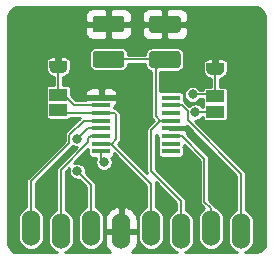
<source format=gbr>
G04 #@! TF.GenerationSoftware,KiCad,Pcbnew,(5.1.2)-2*
G04 #@! TF.CreationDate,2019-11-03T14:13:23-08:00*
G04 #@! TF.ProjectId,dac-breakout-ad5689,6461632d-6272-4656-916b-6f75742d6164,rev?*
G04 #@! TF.SameCoordinates,Original*
G04 #@! TF.FileFunction,Copper,L1,Top*
G04 #@! TF.FilePolarity,Positive*
%FSLAX46Y46*%
G04 Gerber Fmt 4.6, Leading zero omitted, Abs format (unit mm)*
G04 Created by KiCad (PCBNEW (5.1.2)-2) date 2019-11-03 14:13:23*
%MOMM*%
%LPD*%
G04 APERTURE LIST*
%ADD10C,0.100000*%
%ADD11O,1.524000X3.048000*%
%ADD12C,1.425000*%
%ADD13R,1.500000X1.000000*%
%ADD14R,1.500000X0.450000*%
%ADD15C,0.500000*%
%ADD16C,0.800000*%
%ADD17C,0.150000*%
%ADD18C,0.254000*%
G04 APERTURE END LIST*
D10*
G36*
X122833799Y-117809000D02*
G01*
X122833799Y-118309000D01*
X123433799Y-118309000D01*
X123433799Y-117809000D01*
X122833799Y-117809000D01*
G37*
G36*
X136124000Y-117961400D02*
G01*
X136124000Y-118461400D01*
X136724000Y-118461400D01*
X136724000Y-117961400D01*
X136124000Y-117961400D01*
G37*
D11*
X138608400Y-132577000D03*
X136068400Y-132323000D03*
X133528400Y-132577000D03*
X130988400Y-132323000D03*
X128448400Y-132577000D03*
X125908400Y-132323000D03*
X123368400Y-132577000D03*
X120828400Y-132323000D03*
D10*
G36*
X128481104Y-117311204D02*
G01*
X128505373Y-117314804D01*
X128529171Y-117320765D01*
X128552271Y-117329030D01*
X128574449Y-117339520D01*
X128595493Y-117352133D01*
X128615198Y-117366747D01*
X128633377Y-117383223D01*
X128649853Y-117401402D01*
X128664467Y-117421107D01*
X128677080Y-117442151D01*
X128687570Y-117464329D01*
X128695835Y-117487429D01*
X128701796Y-117511227D01*
X128705396Y-117535496D01*
X128706600Y-117560000D01*
X128706600Y-118485000D01*
X128705396Y-118509504D01*
X128701796Y-118533773D01*
X128695835Y-118557571D01*
X128687570Y-118580671D01*
X128677080Y-118602849D01*
X128664467Y-118623893D01*
X128649853Y-118643598D01*
X128633377Y-118661777D01*
X128615198Y-118678253D01*
X128595493Y-118692867D01*
X128574449Y-118705480D01*
X128552271Y-118715970D01*
X128529171Y-118724235D01*
X128505373Y-118730196D01*
X128481104Y-118733796D01*
X128456600Y-118735000D01*
X126306600Y-118735000D01*
X126282096Y-118733796D01*
X126257827Y-118730196D01*
X126234029Y-118724235D01*
X126210929Y-118715970D01*
X126188751Y-118705480D01*
X126167707Y-118692867D01*
X126148002Y-118678253D01*
X126129823Y-118661777D01*
X126113347Y-118643598D01*
X126098733Y-118623893D01*
X126086120Y-118602849D01*
X126075630Y-118580671D01*
X126067365Y-118557571D01*
X126061404Y-118533773D01*
X126057804Y-118509504D01*
X126056600Y-118485000D01*
X126056600Y-117560000D01*
X126057804Y-117535496D01*
X126061404Y-117511227D01*
X126067365Y-117487429D01*
X126075630Y-117464329D01*
X126086120Y-117442151D01*
X126098733Y-117421107D01*
X126113347Y-117401402D01*
X126129823Y-117383223D01*
X126148002Y-117366747D01*
X126167707Y-117352133D01*
X126188751Y-117339520D01*
X126210929Y-117329030D01*
X126234029Y-117320765D01*
X126257827Y-117314804D01*
X126282096Y-117311204D01*
X126306600Y-117310000D01*
X128456600Y-117310000D01*
X128481104Y-117311204D01*
X128481104Y-117311204D01*
G37*
D12*
X127381600Y-118022500D03*
D10*
G36*
X128481104Y-114336204D02*
G01*
X128505373Y-114339804D01*
X128529171Y-114345765D01*
X128552271Y-114354030D01*
X128574449Y-114364520D01*
X128595493Y-114377133D01*
X128615198Y-114391747D01*
X128633377Y-114408223D01*
X128649853Y-114426402D01*
X128664467Y-114446107D01*
X128677080Y-114467151D01*
X128687570Y-114489329D01*
X128695835Y-114512429D01*
X128701796Y-114536227D01*
X128705396Y-114560496D01*
X128706600Y-114585000D01*
X128706600Y-115510000D01*
X128705396Y-115534504D01*
X128701796Y-115558773D01*
X128695835Y-115582571D01*
X128687570Y-115605671D01*
X128677080Y-115627849D01*
X128664467Y-115648893D01*
X128649853Y-115668598D01*
X128633377Y-115686777D01*
X128615198Y-115703253D01*
X128595493Y-115717867D01*
X128574449Y-115730480D01*
X128552271Y-115740970D01*
X128529171Y-115749235D01*
X128505373Y-115755196D01*
X128481104Y-115758796D01*
X128456600Y-115760000D01*
X126306600Y-115760000D01*
X126282096Y-115758796D01*
X126257827Y-115755196D01*
X126234029Y-115749235D01*
X126210929Y-115740970D01*
X126188751Y-115730480D01*
X126167707Y-115717867D01*
X126148002Y-115703253D01*
X126129823Y-115686777D01*
X126113347Y-115668598D01*
X126098733Y-115648893D01*
X126086120Y-115627849D01*
X126075630Y-115605671D01*
X126067365Y-115582571D01*
X126061404Y-115558773D01*
X126057804Y-115534504D01*
X126056600Y-115510000D01*
X126056600Y-114585000D01*
X126057804Y-114560496D01*
X126061404Y-114536227D01*
X126067365Y-114512429D01*
X126075630Y-114489329D01*
X126086120Y-114467151D01*
X126098733Y-114446107D01*
X126113347Y-114426402D01*
X126129823Y-114408223D01*
X126148002Y-114391747D01*
X126167707Y-114377133D01*
X126188751Y-114364520D01*
X126210929Y-114354030D01*
X126234029Y-114345765D01*
X126257827Y-114339804D01*
X126282096Y-114336204D01*
X126306600Y-114335000D01*
X128456600Y-114335000D01*
X128481104Y-114336204D01*
X128481104Y-114336204D01*
G37*
D12*
X127381600Y-115047500D03*
D10*
G36*
X133256304Y-114350504D02*
G01*
X133280573Y-114354104D01*
X133304371Y-114360065D01*
X133327471Y-114368330D01*
X133349649Y-114378820D01*
X133370693Y-114391433D01*
X133390398Y-114406047D01*
X133408577Y-114422523D01*
X133425053Y-114440702D01*
X133439667Y-114460407D01*
X133452280Y-114481451D01*
X133462770Y-114503629D01*
X133471035Y-114526729D01*
X133476996Y-114550527D01*
X133480596Y-114574796D01*
X133481800Y-114599300D01*
X133481800Y-115524300D01*
X133480596Y-115548804D01*
X133476996Y-115573073D01*
X133471035Y-115596871D01*
X133462770Y-115619971D01*
X133452280Y-115642149D01*
X133439667Y-115663193D01*
X133425053Y-115682898D01*
X133408577Y-115701077D01*
X133390398Y-115717553D01*
X133370693Y-115732167D01*
X133349649Y-115744780D01*
X133327471Y-115755270D01*
X133304371Y-115763535D01*
X133280573Y-115769496D01*
X133256304Y-115773096D01*
X133231800Y-115774300D01*
X131081800Y-115774300D01*
X131057296Y-115773096D01*
X131033027Y-115769496D01*
X131009229Y-115763535D01*
X130986129Y-115755270D01*
X130963951Y-115744780D01*
X130942907Y-115732167D01*
X130923202Y-115717553D01*
X130905023Y-115701077D01*
X130888547Y-115682898D01*
X130873933Y-115663193D01*
X130861320Y-115642149D01*
X130850830Y-115619971D01*
X130842565Y-115596871D01*
X130836604Y-115573073D01*
X130833004Y-115548804D01*
X130831800Y-115524300D01*
X130831800Y-114599300D01*
X130833004Y-114574796D01*
X130836604Y-114550527D01*
X130842565Y-114526729D01*
X130850830Y-114503629D01*
X130861320Y-114481451D01*
X130873933Y-114460407D01*
X130888547Y-114440702D01*
X130905023Y-114422523D01*
X130923202Y-114406047D01*
X130942907Y-114391433D01*
X130963951Y-114378820D01*
X130986129Y-114368330D01*
X131009229Y-114360065D01*
X131033027Y-114354104D01*
X131057296Y-114350504D01*
X131081800Y-114349300D01*
X133231800Y-114349300D01*
X133256304Y-114350504D01*
X133256304Y-114350504D01*
G37*
D12*
X132156800Y-115061800D03*
D10*
G36*
X133256304Y-117325504D02*
G01*
X133280573Y-117329104D01*
X133304371Y-117335065D01*
X133327471Y-117343330D01*
X133349649Y-117353820D01*
X133370693Y-117366433D01*
X133390398Y-117381047D01*
X133408577Y-117397523D01*
X133425053Y-117415702D01*
X133439667Y-117435407D01*
X133452280Y-117456451D01*
X133462770Y-117478629D01*
X133471035Y-117501729D01*
X133476996Y-117525527D01*
X133480596Y-117549796D01*
X133481800Y-117574300D01*
X133481800Y-118499300D01*
X133480596Y-118523804D01*
X133476996Y-118548073D01*
X133471035Y-118571871D01*
X133462770Y-118594971D01*
X133452280Y-118617149D01*
X133439667Y-118638193D01*
X133425053Y-118657898D01*
X133408577Y-118676077D01*
X133390398Y-118692553D01*
X133370693Y-118707167D01*
X133349649Y-118719780D01*
X133327471Y-118730270D01*
X133304371Y-118738535D01*
X133280573Y-118744496D01*
X133256304Y-118748096D01*
X133231800Y-118749300D01*
X131081800Y-118749300D01*
X131057296Y-118748096D01*
X131033027Y-118744496D01*
X131009229Y-118738535D01*
X130986129Y-118730270D01*
X130963951Y-118719780D01*
X130942907Y-118707167D01*
X130923202Y-118692553D01*
X130905023Y-118676077D01*
X130888547Y-118657898D01*
X130873933Y-118638193D01*
X130861320Y-118617149D01*
X130850830Y-118594971D01*
X130842565Y-118571871D01*
X130836604Y-118548073D01*
X130833004Y-118523804D01*
X130831800Y-118499300D01*
X130831800Y-117574300D01*
X130833004Y-117549796D01*
X130836604Y-117525527D01*
X130842565Y-117501729D01*
X130850830Y-117478629D01*
X130861320Y-117456451D01*
X130873933Y-117435407D01*
X130888547Y-117415702D01*
X130905023Y-117397523D01*
X130923202Y-117381047D01*
X130942907Y-117366433D01*
X130963951Y-117353820D01*
X130986129Y-117343330D01*
X131009229Y-117335065D01*
X131033027Y-117329104D01*
X131057296Y-117325504D01*
X131081800Y-117324300D01*
X133231800Y-117324300D01*
X133256304Y-117325504D01*
X133256304Y-117325504D01*
G37*
D12*
X132156800Y-118036800D03*
D13*
X123133799Y-121014401D03*
X123133799Y-122314401D03*
X136424000Y-121168200D03*
X136424000Y-122468200D03*
D14*
X132668400Y-125820400D03*
X132668400Y-125170400D03*
X132668400Y-124520400D03*
X132668400Y-123870400D03*
X132668400Y-123220400D03*
X132668400Y-122570400D03*
X132668400Y-121920400D03*
X132668400Y-121270400D03*
X126768400Y-121270400D03*
X126768400Y-121920400D03*
X126768400Y-122570400D03*
X126768400Y-123220400D03*
X126768400Y-123870400D03*
X126768400Y-124520400D03*
X126768400Y-125170400D03*
X126768400Y-125820400D03*
D15*
X123133799Y-118709000D03*
D10*
G36*
X123883799Y-118209000D02*
G01*
X123883799Y-118709000D01*
X123883197Y-118709000D01*
X123883197Y-118733534D01*
X123878387Y-118782365D01*
X123868815Y-118830490D01*
X123854571Y-118877445D01*
X123835794Y-118922778D01*
X123812663Y-118966051D01*
X123785403Y-119006850D01*
X123754275Y-119044779D01*
X123719578Y-119079476D01*
X123681649Y-119110604D01*
X123640850Y-119137864D01*
X123597577Y-119160995D01*
X123552244Y-119179772D01*
X123505289Y-119194016D01*
X123457164Y-119203588D01*
X123408333Y-119208398D01*
X123383799Y-119208398D01*
X123383799Y-119209000D01*
X122883799Y-119209000D01*
X122883799Y-119208398D01*
X122859265Y-119208398D01*
X122810434Y-119203588D01*
X122762309Y-119194016D01*
X122715354Y-119179772D01*
X122670021Y-119160995D01*
X122626748Y-119137864D01*
X122585949Y-119110604D01*
X122548020Y-119079476D01*
X122513323Y-119044779D01*
X122482195Y-119006850D01*
X122454935Y-118966051D01*
X122431804Y-118922778D01*
X122413027Y-118877445D01*
X122398783Y-118830490D01*
X122389211Y-118782365D01*
X122384401Y-118733534D01*
X122384401Y-118709000D01*
X122383799Y-118709000D01*
X122383799Y-118209000D01*
X123883799Y-118209000D01*
X123883799Y-118209000D01*
G37*
D15*
X123133799Y-117409000D03*
D10*
G36*
X122384401Y-117409000D02*
G01*
X122384401Y-117384466D01*
X122389211Y-117335635D01*
X122398783Y-117287510D01*
X122413027Y-117240555D01*
X122431804Y-117195222D01*
X122454935Y-117151949D01*
X122482195Y-117111150D01*
X122513323Y-117073221D01*
X122548020Y-117038524D01*
X122585949Y-117007396D01*
X122626748Y-116980136D01*
X122670021Y-116957005D01*
X122715354Y-116938228D01*
X122762309Y-116923984D01*
X122810434Y-116914412D01*
X122859265Y-116909602D01*
X122883799Y-116909602D01*
X122883799Y-116909000D01*
X123383799Y-116909000D01*
X123383799Y-116909602D01*
X123408333Y-116909602D01*
X123457164Y-116914412D01*
X123505289Y-116923984D01*
X123552244Y-116938228D01*
X123597577Y-116957005D01*
X123640850Y-116980136D01*
X123681649Y-117007396D01*
X123719578Y-117038524D01*
X123754275Y-117073221D01*
X123785403Y-117111150D01*
X123812663Y-117151949D01*
X123835794Y-117195222D01*
X123854571Y-117240555D01*
X123868815Y-117287510D01*
X123878387Y-117335635D01*
X123883197Y-117384466D01*
X123883197Y-117409000D01*
X123883799Y-117409000D01*
X123883799Y-117909000D01*
X122383799Y-117909000D01*
X122383799Y-117409000D01*
X122384401Y-117409000D01*
X122384401Y-117409000D01*
G37*
D15*
X136424000Y-117561400D03*
D10*
G36*
X135674602Y-117561400D02*
G01*
X135674602Y-117536866D01*
X135679412Y-117488035D01*
X135688984Y-117439910D01*
X135703228Y-117392955D01*
X135722005Y-117347622D01*
X135745136Y-117304349D01*
X135772396Y-117263550D01*
X135803524Y-117225621D01*
X135838221Y-117190924D01*
X135876150Y-117159796D01*
X135916949Y-117132536D01*
X135960222Y-117109405D01*
X136005555Y-117090628D01*
X136052510Y-117076384D01*
X136100635Y-117066812D01*
X136149466Y-117062002D01*
X136174000Y-117062002D01*
X136174000Y-117061400D01*
X136674000Y-117061400D01*
X136674000Y-117062002D01*
X136698534Y-117062002D01*
X136747365Y-117066812D01*
X136795490Y-117076384D01*
X136842445Y-117090628D01*
X136887778Y-117109405D01*
X136931051Y-117132536D01*
X136971850Y-117159796D01*
X137009779Y-117190924D01*
X137044476Y-117225621D01*
X137075604Y-117263550D01*
X137102864Y-117304349D01*
X137125995Y-117347622D01*
X137144772Y-117392955D01*
X137159016Y-117439910D01*
X137168588Y-117488035D01*
X137173398Y-117536866D01*
X137173398Y-117561400D01*
X137174000Y-117561400D01*
X137174000Y-118061400D01*
X135674000Y-118061400D01*
X135674000Y-117561400D01*
X135674602Y-117561400D01*
X135674602Y-117561400D01*
G37*
D15*
X136424000Y-118861400D03*
D10*
G36*
X137174000Y-118361400D02*
G01*
X137174000Y-118861400D01*
X137173398Y-118861400D01*
X137173398Y-118885934D01*
X137168588Y-118934765D01*
X137159016Y-118982890D01*
X137144772Y-119029845D01*
X137125995Y-119075178D01*
X137102864Y-119118451D01*
X137075604Y-119159250D01*
X137044476Y-119197179D01*
X137009779Y-119231876D01*
X136971850Y-119263004D01*
X136931051Y-119290264D01*
X136887778Y-119313395D01*
X136842445Y-119332172D01*
X136795490Y-119346416D01*
X136747365Y-119355988D01*
X136698534Y-119360798D01*
X136674000Y-119360798D01*
X136674000Y-119361400D01*
X136174000Y-119361400D01*
X136174000Y-119360798D01*
X136149466Y-119360798D01*
X136100635Y-119355988D01*
X136052510Y-119346416D01*
X136005555Y-119332172D01*
X135960222Y-119313395D01*
X135916949Y-119290264D01*
X135876150Y-119263004D01*
X135838221Y-119231876D01*
X135803524Y-119197179D01*
X135772396Y-119159250D01*
X135745136Y-119118451D01*
X135722005Y-119075178D01*
X135703228Y-119029845D01*
X135688984Y-118982890D01*
X135679412Y-118934765D01*
X135674602Y-118885934D01*
X135674602Y-118861400D01*
X135674000Y-118861400D01*
X135674000Y-118361400D01*
X137174000Y-118361400D01*
X137174000Y-118361400D01*
G37*
D16*
X137250000Y-128750000D03*
X134750000Y-122500000D03*
X124750000Y-127500000D03*
X124750000Y-124750000D03*
X127000000Y-126750000D03*
X134500000Y-121000000D03*
D17*
X131768400Y-123220400D02*
X131373590Y-122825590D01*
X132668400Y-123220400D02*
X131768400Y-123220400D01*
X131373590Y-118820010D02*
X132156800Y-118036800D01*
X131373590Y-122825590D02*
X131373590Y-118820010D01*
X127395900Y-118036800D02*
X127381600Y-118022500D01*
X132156800Y-118036800D02*
X127395900Y-118036800D01*
X133528400Y-130028400D02*
X133528400Y-132577000D01*
X131000000Y-127500000D02*
X133528400Y-130028400D01*
X131768400Y-123220400D02*
X131000000Y-123988800D01*
X131000000Y-123988800D02*
X131000000Y-127500000D01*
X127668400Y-122570400D02*
X126768400Y-122570400D01*
X127888400Y-122570400D02*
X127668400Y-122570400D01*
X128018410Y-122700410D02*
X127888400Y-122570400D01*
X128018410Y-124820390D02*
X128018410Y-122700410D01*
X123389798Y-122570400D02*
X123133799Y-122314401D01*
X126768400Y-122570400D02*
X123389798Y-122570400D01*
X127668400Y-125170400D02*
X128018410Y-124820390D01*
X130988400Y-128579200D02*
X127579600Y-125170400D01*
X130988400Y-132323000D02*
X130988400Y-128579200D01*
X127668400Y-125170400D02*
X127579600Y-125170400D01*
X127579600Y-125170400D02*
X126768400Y-125170400D01*
X136392200Y-122500000D02*
X136424000Y-122468200D01*
X134750000Y-122500000D02*
X136392200Y-122500000D01*
X125868400Y-123870400D02*
X126768400Y-123870400D01*
X125908400Y-132323000D02*
X125908400Y-131561000D01*
X125629600Y-123870400D02*
X126768400Y-123870400D01*
X124750000Y-124750000D02*
X125629600Y-123870400D01*
X125908400Y-128658400D02*
X124750000Y-127500000D01*
X125908400Y-132323000D02*
X125908400Y-128658400D01*
X125675001Y-125074001D02*
X125675001Y-124713799D01*
X125675001Y-124713799D02*
X125868400Y-124520400D01*
X123368400Y-127380602D02*
X125675001Y-125074001D01*
X125868400Y-124520400D02*
X126768400Y-124520400D01*
X123368400Y-132577000D02*
X123368400Y-127380602D01*
X125868400Y-123220400D02*
X125970400Y-123220400D01*
X125970400Y-123220400D02*
X126768400Y-123220400D01*
X120828400Y-130649000D02*
X120828400Y-132323000D01*
X125280598Y-123220400D02*
X125970400Y-123220400D01*
X124074999Y-124425999D02*
X125280598Y-123220400D01*
X124074999Y-125093799D02*
X124074999Y-124425999D01*
X120828400Y-128340398D02*
X124074999Y-125093799D01*
X120828400Y-132323000D02*
X120828400Y-128340398D01*
X133568400Y-124520400D02*
X132668400Y-124520400D01*
X135500000Y-126452000D02*
X133568400Y-124520400D01*
X135500000Y-130080600D02*
X135500000Y-126452000D01*
X136068400Y-130649000D02*
X135500000Y-130080600D01*
X136068400Y-132323000D02*
X136068400Y-130649000D01*
X138608400Y-132577000D02*
X138608400Y-130903000D01*
X133568400Y-121920400D02*
X132668400Y-121920400D01*
X134074999Y-122426999D02*
X133568400Y-121920400D01*
X134074999Y-123174999D02*
X134074999Y-122426999D01*
X138608400Y-132577000D02*
X138608400Y-127708400D01*
X138608400Y-127708400D02*
X134074999Y-123174999D01*
X123313600Y-121310200D02*
X123063600Y-121310200D01*
X123578801Y-121014401D02*
X123133799Y-121014401D01*
X124484800Y-121920400D02*
X123578801Y-121014401D01*
X126768400Y-121920400D02*
X124484800Y-121920400D01*
X123133799Y-121014401D02*
X123133799Y-118709000D01*
X136424000Y-120518200D02*
X136424000Y-118861400D01*
X136424000Y-121168200D02*
X136424000Y-120518200D01*
X126768400Y-125820400D02*
X126768400Y-126518400D01*
X126768400Y-126518400D02*
X127000000Y-126750000D01*
X136255800Y-121000000D02*
X136424000Y-121168200D01*
X134500000Y-121000000D02*
X136255800Y-121000000D01*
D18*
G36*
X139922316Y-113644325D02*
G01*
X140085750Y-113693822D01*
X140236404Y-113774204D01*
X140368515Y-113882394D01*
X140477017Y-114014245D01*
X140557762Y-114164714D01*
X140607647Y-114328026D01*
X140625390Y-114504143D01*
X140670598Y-133491676D01*
X140653590Y-133668409D01*
X140604188Y-133832408D01*
X140523698Y-133983589D01*
X140415216Y-134116135D01*
X140282935Y-134224927D01*
X140131944Y-134305779D01*
X139968067Y-134355570D01*
X139791363Y-134373000D01*
X138951249Y-134373000D01*
X139027159Y-134349973D01*
X139216343Y-134248851D01*
X139382165Y-134112765D01*
X139518251Y-133946943D01*
X139619373Y-133757759D01*
X139681643Y-133552481D01*
X139697400Y-133392497D01*
X139697400Y-131761503D01*
X139681643Y-131601519D01*
X139619373Y-131396241D01*
X139518251Y-131207057D01*
X139382165Y-131041235D01*
X139216343Y-130905149D01*
X139027158Y-130804027D01*
X139010400Y-130798944D01*
X139010400Y-127728139D01*
X139012344Y-127708399D01*
X139010400Y-127688660D01*
X139010400Y-127688653D01*
X139004583Y-127629594D01*
X138981597Y-127553817D01*
X138944268Y-127483980D01*
X138894032Y-127422768D01*
X138878696Y-127410182D01*
X134695513Y-123227000D01*
X134821603Y-123227000D01*
X134962058Y-123199062D01*
X135094364Y-123144259D01*
X135213436Y-123064698D01*
X135314698Y-122963436D01*
X135345418Y-122917460D01*
X135345418Y-122968200D01*
X135351732Y-123032303D01*
X135370430Y-123093943D01*
X135400794Y-123150750D01*
X135441657Y-123200543D01*
X135491450Y-123241406D01*
X135548257Y-123271770D01*
X135609897Y-123290468D01*
X135674000Y-123296782D01*
X137174000Y-123296782D01*
X137238103Y-123290468D01*
X137299743Y-123271770D01*
X137356550Y-123241406D01*
X137406343Y-123200543D01*
X137447206Y-123150750D01*
X137477570Y-123093943D01*
X137496268Y-123032303D01*
X137502582Y-122968200D01*
X137502582Y-121968200D01*
X137496268Y-121904097D01*
X137477570Y-121842457D01*
X137464604Y-121818200D01*
X137477570Y-121793943D01*
X137496268Y-121732303D01*
X137502582Y-121668200D01*
X137502582Y-120668200D01*
X137496268Y-120604097D01*
X137477570Y-120542457D01*
X137447206Y-120485650D01*
X137406343Y-120435857D01*
X137356550Y-120394994D01*
X137299743Y-120364630D01*
X137238103Y-120345932D01*
X137174000Y-120339618D01*
X136826000Y-120339618D01*
X136826000Y-119673525D01*
X136883245Y-119662138D01*
X136944883Y-119643441D01*
X137035439Y-119605932D01*
X137092249Y-119575567D01*
X137173748Y-119521111D01*
X137223540Y-119480248D01*
X137292848Y-119410940D01*
X137333711Y-119361148D01*
X137388167Y-119279649D01*
X137418532Y-119222839D01*
X137456041Y-119132283D01*
X137474738Y-119070645D01*
X137493860Y-118974512D01*
X137500174Y-118910409D01*
X137500174Y-118885847D01*
X137502582Y-118861400D01*
X137502582Y-118361400D01*
X137496268Y-118297297D01*
X137477570Y-118235657D01*
X137447206Y-118178850D01*
X137406343Y-118129057D01*
X137356550Y-118088194D01*
X137299743Y-118057830D01*
X137238103Y-118039132D01*
X137174000Y-118032818D01*
X137051000Y-118032818D01*
X137051000Y-117961400D01*
X137047999Y-117930798D01*
X137045208Y-117900126D01*
X137044884Y-117899024D01*
X137044772Y-117897885D01*
X137035872Y-117868407D01*
X137027189Y-117838904D01*
X137026659Y-117837891D01*
X137026327Y-117836790D01*
X137011864Y-117809590D01*
X136997622Y-117782347D01*
X136996903Y-117781453D01*
X136996365Y-117780441D01*
X136976940Y-117756623D01*
X136957633Y-117732610D01*
X136956753Y-117731872D01*
X136956030Y-117730985D01*
X136932342Y-117711389D01*
X136908744Y-117691588D01*
X136907739Y-117691036D01*
X136906856Y-117690305D01*
X136879780Y-117675665D01*
X136852819Y-117660843D01*
X136851727Y-117660497D01*
X136850718Y-117659951D01*
X136821308Y-117650847D01*
X136791987Y-117641546D01*
X136790848Y-117641418D01*
X136789752Y-117641079D01*
X136759135Y-117637861D01*
X136728566Y-117634432D01*
X136726365Y-117634417D01*
X136726283Y-117634408D01*
X136726201Y-117634415D01*
X136724000Y-117634400D01*
X136124000Y-117634400D01*
X136093398Y-117637401D01*
X136062726Y-117640192D01*
X136061624Y-117640516D01*
X136060485Y-117640628D01*
X136031007Y-117649528D01*
X136001504Y-117658211D01*
X136000491Y-117658741D01*
X135999390Y-117659073D01*
X135972190Y-117673536D01*
X135944947Y-117687778D01*
X135944053Y-117688497D01*
X135943041Y-117689035D01*
X135919223Y-117708460D01*
X135895210Y-117727767D01*
X135894472Y-117728647D01*
X135893585Y-117729370D01*
X135873989Y-117753058D01*
X135854188Y-117776656D01*
X135853636Y-117777661D01*
X135852905Y-117778544D01*
X135838265Y-117805620D01*
X135823443Y-117832581D01*
X135823097Y-117833673D01*
X135822551Y-117834682D01*
X135813447Y-117864092D01*
X135804146Y-117893413D01*
X135804018Y-117894552D01*
X135803679Y-117895648D01*
X135800461Y-117926265D01*
X135797032Y-117956834D01*
X135797017Y-117959035D01*
X135797008Y-117959117D01*
X135797015Y-117959199D01*
X135797000Y-117961400D01*
X135797000Y-118032818D01*
X135674000Y-118032818D01*
X135609897Y-118039132D01*
X135548257Y-118057830D01*
X135491450Y-118088194D01*
X135441657Y-118129057D01*
X135400794Y-118178850D01*
X135370430Y-118235657D01*
X135351732Y-118297297D01*
X135345418Y-118361400D01*
X135345418Y-118861400D01*
X135347826Y-118885847D01*
X135347826Y-118910409D01*
X135354140Y-118974512D01*
X135373262Y-119070645D01*
X135391959Y-119132283D01*
X135429468Y-119222839D01*
X135459833Y-119279649D01*
X135514289Y-119361148D01*
X135555152Y-119410940D01*
X135624460Y-119480248D01*
X135674252Y-119521111D01*
X135755751Y-119575567D01*
X135812561Y-119605932D01*
X135903117Y-119643441D01*
X135964755Y-119662138D01*
X136022001Y-119673525D01*
X136022000Y-120339618D01*
X135674000Y-120339618D01*
X135609897Y-120345932D01*
X135548257Y-120364630D01*
X135491450Y-120394994D01*
X135441657Y-120435857D01*
X135400794Y-120485650D01*
X135370430Y-120542457D01*
X135353581Y-120598000D01*
X135105748Y-120598000D01*
X135064698Y-120536564D01*
X134963436Y-120435302D01*
X134844364Y-120355741D01*
X134712058Y-120300938D01*
X134571603Y-120273000D01*
X134428397Y-120273000D01*
X134287942Y-120300938D01*
X134155636Y-120355741D01*
X134036564Y-120435302D01*
X133935302Y-120536564D01*
X133855741Y-120655636D01*
X133800938Y-120787942D01*
X133773000Y-120928397D01*
X133773000Y-121071603D01*
X133800938Y-121212058D01*
X133855741Y-121344364D01*
X133935302Y-121463436D01*
X134036564Y-121564698D01*
X134155636Y-121644259D01*
X134287942Y-121699062D01*
X134428397Y-121727000D01*
X134571603Y-121727000D01*
X134712058Y-121699062D01*
X134844364Y-121644259D01*
X134963436Y-121564698D01*
X135064698Y-121463436D01*
X135105748Y-121402000D01*
X135345418Y-121402000D01*
X135345418Y-121668200D01*
X135351732Y-121732303D01*
X135370430Y-121793943D01*
X135383396Y-121818200D01*
X135370430Y-121842457D01*
X135351732Y-121904097D01*
X135345418Y-121968200D01*
X135345418Y-122082540D01*
X135314698Y-122036564D01*
X135213436Y-121935302D01*
X135094364Y-121855741D01*
X134962058Y-121800938D01*
X134821603Y-121773000D01*
X134678397Y-121773000D01*
X134537942Y-121800938D01*
X134405636Y-121855741D01*
X134286564Y-121935302D01*
X134219190Y-122002676D01*
X133866623Y-121650110D01*
X133854032Y-121634768D01*
X133792820Y-121584532D01*
X133740934Y-121556798D01*
X133746982Y-121495400D01*
X133746982Y-121045400D01*
X133740668Y-120981297D01*
X133721970Y-120919657D01*
X133691606Y-120862850D01*
X133650743Y-120813057D01*
X133600950Y-120772194D01*
X133544143Y-120741830D01*
X133482503Y-120723132D01*
X133418400Y-120716818D01*
X131918400Y-120716818D01*
X131854297Y-120723132D01*
X131792657Y-120741830D01*
X131775590Y-120750953D01*
X131775590Y-119077882D01*
X133231800Y-119077882D01*
X133344676Y-119066765D01*
X133453214Y-119033840D01*
X133553243Y-118980373D01*
X133640919Y-118908419D01*
X133712873Y-118820743D01*
X133766340Y-118720714D01*
X133799265Y-118612176D01*
X133810382Y-118499300D01*
X133810382Y-117574300D01*
X133799265Y-117461424D01*
X133766340Y-117352886D01*
X133712873Y-117252857D01*
X133640919Y-117165181D01*
X133553243Y-117093227D01*
X133453214Y-117039760D01*
X133344676Y-117006835D01*
X133231800Y-116995718D01*
X131081800Y-116995718D01*
X130968924Y-117006835D01*
X130860386Y-117039760D01*
X130760357Y-117093227D01*
X130672681Y-117165181D01*
X130600727Y-117252857D01*
X130547260Y-117352886D01*
X130514335Y-117461424D01*
X130503218Y-117574300D01*
X130503218Y-117634800D01*
X129035182Y-117634800D01*
X129035182Y-117560000D01*
X129024065Y-117447124D01*
X128991140Y-117338586D01*
X128937673Y-117238557D01*
X128865719Y-117150881D01*
X128778043Y-117078927D01*
X128678014Y-117025460D01*
X128569476Y-116992535D01*
X128456600Y-116981418D01*
X126306600Y-116981418D01*
X126193724Y-116992535D01*
X126085186Y-117025460D01*
X125985157Y-117078927D01*
X125897481Y-117150881D01*
X125825527Y-117238557D01*
X125772060Y-117338586D01*
X125739135Y-117447124D01*
X125728018Y-117560000D01*
X125728018Y-118485000D01*
X125739135Y-118597876D01*
X125772060Y-118706414D01*
X125825527Y-118806443D01*
X125897481Y-118894119D01*
X125985157Y-118966073D01*
X126085186Y-119019540D01*
X126193724Y-119052465D01*
X126306600Y-119063582D01*
X128456600Y-119063582D01*
X128569476Y-119052465D01*
X128678014Y-119019540D01*
X128778043Y-118966073D01*
X128865719Y-118894119D01*
X128937673Y-118806443D01*
X128991140Y-118706414D01*
X129024065Y-118597876D01*
X129035182Y-118485000D01*
X129035182Y-118438800D01*
X130503218Y-118438800D01*
X130503218Y-118499300D01*
X130514335Y-118612176D01*
X130547260Y-118720714D01*
X130600727Y-118820743D01*
X130672681Y-118908419D01*
X130760357Y-118980373D01*
X130860386Y-119033840D01*
X130968924Y-119066765D01*
X130971591Y-119067028D01*
X130971590Y-122805851D01*
X130969646Y-122825590D01*
X130971590Y-122845329D01*
X130971590Y-122845336D01*
X130977407Y-122904395D01*
X131000393Y-122980172D01*
X131037722Y-123050009D01*
X131087958Y-123111222D01*
X131103300Y-123123813D01*
X131199887Y-123220400D01*
X130729710Y-123690577D01*
X130714368Y-123703168D01*
X130664132Y-123764381D01*
X130626803Y-123834218D01*
X130603817Y-123909995D01*
X130598000Y-123969054D01*
X130598000Y-123969061D01*
X130596056Y-123988800D01*
X130598000Y-124008539D01*
X130598001Y-127480251D01*
X130596056Y-127500000D01*
X130603817Y-127578805D01*
X130611770Y-127605021D01*
X130624412Y-127646699D01*
X128192513Y-125214800D01*
X128288706Y-125118608D01*
X128304042Y-125106022D01*
X128330321Y-125074002D01*
X128354278Y-125044810D01*
X128391606Y-124974974D01*
X128391607Y-124974973D01*
X128414593Y-124899196D01*
X128420410Y-124840137D01*
X128420410Y-124840130D01*
X128422354Y-124820390D01*
X128420410Y-124800651D01*
X128420410Y-122720149D01*
X128422354Y-122700410D01*
X128420410Y-122680670D01*
X128420410Y-122680663D01*
X128414593Y-122621604D01*
X128391607Y-122545827D01*
X128354278Y-122475990D01*
X128304042Y-122414778D01*
X128288700Y-122402187D01*
X128186623Y-122300110D01*
X128174032Y-122284768D01*
X128112820Y-122234532D01*
X128042983Y-122197203D01*
X127967206Y-122174217D01*
X127908147Y-122168400D01*
X127908139Y-122168400D01*
X127888400Y-122166456D01*
X127868661Y-122168400D01*
X127844717Y-122168400D01*
X127846982Y-122145400D01*
X127846982Y-122040421D01*
X127864966Y-122031150D01*
X127962826Y-121953244D01*
X128043608Y-121857743D01*
X128104206Y-121748318D01*
X128142291Y-121629173D01*
X128153400Y-121527150D01*
X127994650Y-121368400D01*
X127534461Y-121368400D01*
X127518400Y-121366818D01*
X126018400Y-121366818D01*
X126002339Y-121368400D01*
X125542150Y-121368400D01*
X125392150Y-121518400D01*
X124651314Y-121518400D01*
X124212381Y-121079468D01*
X124212381Y-121013650D01*
X125383400Y-121013650D01*
X125542150Y-121172400D01*
X126641400Y-121172400D01*
X126641400Y-120569150D01*
X126895400Y-120569150D01*
X126895400Y-121172400D01*
X127994650Y-121172400D01*
X128153400Y-121013650D01*
X128142291Y-120911627D01*
X128104206Y-120792482D01*
X128043608Y-120683057D01*
X127962826Y-120587556D01*
X127864966Y-120509650D01*
X127753787Y-120452333D01*
X127633562Y-120417807D01*
X127508912Y-120407399D01*
X127054150Y-120410400D01*
X126895400Y-120569150D01*
X126641400Y-120569150D01*
X126482650Y-120410400D01*
X126027888Y-120407399D01*
X125903238Y-120417807D01*
X125783013Y-120452333D01*
X125671834Y-120509650D01*
X125573974Y-120587556D01*
X125493192Y-120683057D01*
X125432594Y-120792482D01*
X125394509Y-120911627D01*
X125383400Y-121013650D01*
X124212381Y-121013650D01*
X124212381Y-120514401D01*
X124206067Y-120450298D01*
X124187369Y-120388658D01*
X124157005Y-120331851D01*
X124116142Y-120282058D01*
X124066349Y-120241195D01*
X124009542Y-120210831D01*
X123947902Y-120192133D01*
X123883799Y-120185819D01*
X123535799Y-120185819D01*
X123535799Y-119521125D01*
X123593044Y-119509738D01*
X123654682Y-119491041D01*
X123745238Y-119453532D01*
X123802048Y-119423167D01*
X123883547Y-119368711D01*
X123933339Y-119327848D01*
X124002647Y-119258540D01*
X124043510Y-119208748D01*
X124097966Y-119127249D01*
X124128331Y-119070439D01*
X124165840Y-118979883D01*
X124184537Y-118918245D01*
X124203659Y-118822112D01*
X124209973Y-118758009D01*
X124209973Y-118733447D01*
X124212381Y-118709000D01*
X124212381Y-118209000D01*
X124206067Y-118144897D01*
X124187369Y-118083257D01*
X124157005Y-118026450D01*
X124116142Y-117976657D01*
X124066349Y-117935794D01*
X124009542Y-117905430D01*
X123947902Y-117886732D01*
X123883799Y-117880418D01*
X123760799Y-117880418D01*
X123760799Y-117809000D01*
X123757798Y-117778398D01*
X123755007Y-117747726D01*
X123754683Y-117746624D01*
X123754571Y-117745485D01*
X123745671Y-117716007D01*
X123736988Y-117686504D01*
X123736458Y-117685491D01*
X123736126Y-117684390D01*
X123721663Y-117657190D01*
X123707421Y-117629947D01*
X123706702Y-117629053D01*
X123706164Y-117628041D01*
X123686739Y-117604223D01*
X123667432Y-117580210D01*
X123666552Y-117579472D01*
X123665829Y-117578585D01*
X123642141Y-117558989D01*
X123618543Y-117539188D01*
X123617538Y-117538636D01*
X123616655Y-117537905D01*
X123589579Y-117523265D01*
X123562618Y-117508443D01*
X123561526Y-117508097D01*
X123560517Y-117507551D01*
X123531107Y-117498447D01*
X123501786Y-117489146D01*
X123500647Y-117489018D01*
X123499551Y-117488679D01*
X123468934Y-117485461D01*
X123438365Y-117482032D01*
X123436164Y-117482017D01*
X123436082Y-117482008D01*
X123436000Y-117482015D01*
X123433799Y-117482000D01*
X122833799Y-117482000D01*
X122803197Y-117485001D01*
X122772525Y-117487792D01*
X122771423Y-117488116D01*
X122770284Y-117488228D01*
X122740806Y-117497128D01*
X122711303Y-117505811D01*
X122710290Y-117506341D01*
X122709189Y-117506673D01*
X122681989Y-117521136D01*
X122654746Y-117535378D01*
X122653852Y-117536097D01*
X122652840Y-117536635D01*
X122629022Y-117556060D01*
X122605009Y-117575367D01*
X122604271Y-117576247D01*
X122603384Y-117576970D01*
X122583788Y-117600658D01*
X122563987Y-117624256D01*
X122563435Y-117625261D01*
X122562704Y-117626144D01*
X122548064Y-117653220D01*
X122533242Y-117680181D01*
X122532896Y-117681273D01*
X122532350Y-117682282D01*
X122523246Y-117711692D01*
X122513945Y-117741013D01*
X122513817Y-117742152D01*
X122513478Y-117743248D01*
X122510260Y-117773865D01*
X122506831Y-117804434D01*
X122506816Y-117806635D01*
X122506807Y-117806717D01*
X122506814Y-117806799D01*
X122506799Y-117809000D01*
X122506799Y-117880418D01*
X122383799Y-117880418D01*
X122319696Y-117886732D01*
X122258056Y-117905430D01*
X122201249Y-117935794D01*
X122151456Y-117976657D01*
X122110593Y-118026450D01*
X122080229Y-118083257D01*
X122061531Y-118144897D01*
X122055217Y-118209000D01*
X122055217Y-118709000D01*
X122057625Y-118733447D01*
X122057625Y-118758009D01*
X122063939Y-118822112D01*
X122083061Y-118918245D01*
X122101758Y-118979883D01*
X122139267Y-119070439D01*
X122169632Y-119127249D01*
X122224088Y-119208748D01*
X122264951Y-119258540D01*
X122334259Y-119327848D01*
X122384051Y-119368711D01*
X122465550Y-119423167D01*
X122522360Y-119453532D01*
X122612916Y-119491041D01*
X122674554Y-119509738D01*
X122731800Y-119521125D01*
X122731799Y-120185819D01*
X122383799Y-120185819D01*
X122319696Y-120192133D01*
X122258056Y-120210831D01*
X122201249Y-120241195D01*
X122151456Y-120282058D01*
X122110593Y-120331851D01*
X122080229Y-120388658D01*
X122061531Y-120450298D01*
X122055217Y-120514401D01*
X122055217Y-121514401D01*
X122061531Y-121578504D01*
X122080229Y-121640144D01*
X122093195Y-121664401D01*
X122080229Y-121688658D01*
X122061531Y-121750298D01*
X122055217Y-121814401D01*
X122055217Y-122814401D01*
X122061531Y-122878504D01*
X122080229Y-122940144D01*
X122110593Y-122996951D01*
X122151456Y-123046744D01*
X122201249Y-123087607D01*
X122258056Y-123117971D01*
X122319696Y-123136669D01*
X122383799Y-123142983D01*
X123883799Y-123142983D01*
X123947902Y-123136669D01*
X124009542Y-123117971D01*
X124066349Y-123087607D01*
X124116142Y-123046744D01*
X124157005Y-122996951D01*
X124170128Y-122972400D01*
X124960084Y-122972400D01*
X123804704Y-124127781D01*
X123789368Y-124140367D01*
X123776782Y-124155703D01*
X123776779Y-124155706D01*
X123773663Y-124159503D01*
X123739132Y-124201579D01*
X123716673Y-124243597D01*
X123701803Y-124271416D01*
X123678816Y-124347194D01*
X123671055Y-124425999D01*
X123673000Y-124445748D01*
X123672999Y-124927286D01*
X120558105Y-128042180D01*
X120542769Y-128054766D01*
X120492533Y-128115978D01*
X120456700Y-128183017D01*
X120455204Y-128185815D01*
X120432217Y-128261593D01*
X120424456Y-128340398D01*
X120426401Y-128360147D01*
X120426400Y-130544943D01*
X120409641Y-130550027D01*
X120220457Y-130651149D01*
X120054635Y-130787235D01*
X119918549Y-130953057D01*
X119817427Y-131142242D01*
X119755157Y-131347520D01*
X119739400Y-131507504D01*
X119739400Y-133138497D01*
X119755157Y-133298481D01*
X119817428Y-133503759D01*
X119918550Y-133692943D01*
X120054636Y-133858765D01*
X120220458Y-133994851D01*
X120409642Y-134095973D01*
X120614920Y-134158243D01*
X120828400Y-134179269D01*
X121041881Y-134158243D01*
X121247159Y-134095973D01*
X121436343Y-133994851D01*
X121602165Y-133858765D01*
X121738251Y-133692943D01*
X121839373Y-133503759D01*
X121901643Y-133298481D01*
X121917400Y-133138497D01*
X121917400Y-131507503D01*
X121901643Y-131347519D01*
X121839373Y-131142241D01*
X121738251Y-130953057D01*
X121602165Y-130787235D01*
X121436343Y-130651149D01*
X121247158Y-130550027D01*
X121230400Y-130544944D01*
X121230400Y-128506911D01*
X124345290Y-125392021D01*
X124360631Y-125379431D01*
X124368710Y-125369586D01*
X124405636Y-125394259D01*
X124537942Y-125449062D01*
X124678397Y-125477000D01*
X124703489Y-125477000D01*
X123098105Y-127082384D01*
X123082769Y-127094970D01*
X123032533Y-127156182D01*
X123008160Y-127201780D01*
X122995204Y-127226019D01*
X122972217Y-127301797D01*
X122964456Y-127380602D01*
X122966401Y-127400351D01*
X122966400Y-130798943D01*
X122949641Y-130804027D01*
X122760457Y-130905149D01*
X122594635Y-131041235D01*
X122458549Y-131207057D01*
X122357427Y-131396242D01*
X122295157Y-131601520D01*
X122279400Y-131761504D01*
X122279400Y-133392497D01*
X122295157Y-133552481D01*
X122357428Y-133757759D01*
X122458550Y-133946943D01*
X122594636Y-134112765D01*
X122760458Y-134248851D01*
X122949642Y-134349973D01*
X123025552Y-134373000D01*
X119756234Y-134373000D01*
X119579811Y-134355624D01*
X119416150Y-134305978D01*
X119265328Y-134225362D01*
X119133130Y-134116870D01*
X119024638Y-133984672D01*
X118944022Y-133833850D01*
X118894376Y-133670189D01*
X118877000Y-133493766D01*
X118877000Y-115760000D01*
X125418528Y-115760000D01*
X125430788Y-115884482D01*
X125467098Y-116004180D01*
X125526063Y-116114494D01*
X125605415Y-116211185D01*
X125702106Y-116290537D01*
X125812420Y-116349502D01*
X125932118Y-116385812D01*
X126056600Y-116398072D01*
X127095850Y-116395000D01*
X127254600Y-116236250D01*
X127254600Y-115174500D01*
X127508600Y-115174500D01*
X127508600Y-116236250D01*
X127667350Y-116395000D01*
X128706600Y-116398072D01*
X128831082Y-116385812D01*
X128950780Y-116349502D01*
X129061094Y-116290537D01*
X129157785Y-116211185D01*
X129237137Y-116114494D01*
X129296102Y-116004180D01*
X129332412Y-115884482D01*
X129343263Y-115774300D01*
X130193728Y-115774300D01*
X130205988Y-115898782D01*
X130242298Y-116018480D01*
X130301263Y-116128794D01*
X130380615Y-116225485D01*
X130477306Y-116304837D01*
X130587620Y-116363802D01*
X130707318Y-116400112D01*
X130831800Y-116412372D01*
X131871050Y-116409300D01*
X132029800Y-116250550D01*
X132029800Y-115188800D01*
X132283800Y-115188800D01*
X132283800Y-116250550D01*
X132442550Y-116409300D01*
X133481800Y-116412372D01*
X133606282Y-116400112D01*
X133725980Y-116363802D01*
X133836294Y-116304837D01*
X133932985Y-116225485D01*
X134012337Y-116128794D01*
X134071302Y-116018480D01*
X134107612Y-115898782D01*
X134119872Y-115774300D01*
X134116800Y-115347550D01*
X133958050Y-115188800D01*
X132283800Y-115188800D01*
X132029800Y-115188800D01*
X130355550Y-115188800D01*
X130196800Y-115347550D01*
X130193728Y-115774300D01*
X129343263Y-115774300D01*
X129344672Y-115760000D01*
X129341600Y-115333250D01*
X129182850Y-115174500D01*
X127508600Y-115174500D01*
X127254600Y-115174500D01*
X125580350Y-115174500D01*
X125421600Y-115333250D01*
X125418528Y-115760000D01*
X118877000Y-115760000D01*
X118877000Y-114506234D01*
X118893864Y-114335000D01*
X125418528Y-114335000D01*
X125421600Y-114761750D01*
X125580350Y-114920500D01*
X127254600Y-114920500D01*
X127254600Y-113858750D01*
X127508600Y-113858750D01*
X127508600Y-114920500D01*
X129182850Y-114920500D01*
X129341600Y-114761750D01*
X129344569Y-114349300D01*
X130193728Y-114349300D01*
X130196800Y-114776050D01*
X130355550Y-114934800D01*
X132029800Y-114934800D01*
X132029800Y-113873050D01*
X132283800Y-113873050D01*
X132283800Y-114934800D01*
X133958050Y-114934800D01*
X134116800Y-114776050D01*
X134119872Y-114349300D01*
X134107612Y-114224818D01*
X134071302Y-114105120D01*
X134012337Y-113994806D01*
X133932985Y-113898115D01*
X133836294Y-113818763D01*
X133725980Y-113759798D01*
X133606282Y-113723488D01*
X133481800Y-113711228D01*
X132442550Y-113714300D01*
X132283800Y-113873050D01*
X132029800Y-113873050D01*
X131871050Y-113714300D01*
X130831800Y-113711228D01*
X130707318Y-113723488D01*
X130587620Y-113759798D01*
X130477306Y-113818763D01*
X130380615Y-113898115D01*
X130301263Y-113994806D01*
X130242298Y-114105120D01*
X130205988Y-114224818D01*
X130193728Y-114349300D01*
X129344569Y-114349300D01*
X129344672Y-114335000D01*
X129332412Y-114210518D01*
X129296102Y-114090820D01*
X129237137Y-113980506D01*
X129157785Y-113883815D01*
X129061094Y-113804463D01*
X128950780Y-113745498D01*
X128831082Y-113709188D01*
X128706600Y-113696928D01*
X127667350Y-113700000D01*
X127508600Y-113858750D01*
X127254600Y-113858750D01*
X127095850Y-113700000D01*
X126056600Y-113696928D01*
X125932118Y-113709188D01*
X125812420Y-113745498D01*
X125702106Y-113804463D01*
X125605415Y-113883815D01*
X125526063Y-113980506D01*
X125467098Y-114090820D01*
X125430788Y-114210518D01*
X125418528Y-114335000D01*
X118893864Y-114335000D01*
X118894376Y-114329811D01*
X118944022Y-114166150D01*
X119024638Y-114015328D01*
X119133130Y-113883130D01*
X119265328Y-113774638D01*
X119416150Y-113694022D01*
X119579811Y-113644376D01*
X119756234Y-113627000D01*
X139746151Y-113627000D01*
X139922316Y-113644325D01*
X139922316Y-113644325D01*
G37*
X139922316Y-113644325D02*
X140085750Y-113693822D01*
X140236404Y-113774204D01*
X140368515Y-113882394D01*
X140477017Y-114014245D01*
X140557762Y-114164714D01*
X140607647Y-114328026D01*
X140625390Y-114504143D01*
X140670598Y-133491676D01*
X140653590Y-133668409D01*
X140604188Y-133832408D01*
X140523698Y-133983589D01*
X140415216Y-134116135D01*
X140282935Y-134224927D01*
X140131944Y-134305779D01*
X139968067Y-134355570D01*
X139791363Y-134373000D01*
X138951249Y-134373000D01*
X139027159Y-134349973D01*
X139216343Y-134248851D01*
X139382165Y-134112765D01*
X139518251Y-133946943D01*
X139619373Y-133757759D01*
X139681643Y-133552481D01*
X139697400Y-133392497D01*
X139697400Y-131761503D01*
X139681643Y-131601519D01*
X139619373Y-131396241D01*
X139518251Y-131207057D01*
X139382165Y-131041235D01*
X139216343Y-130905149D01*
X139027158Y-130804027D01*
X139010400Y-130798944D01*
X139010400Y-127728139D01*
X139012344Y-127708399D01*
X139010400Y-127688660D01*
X139010400Y-127688653D01*
X139004583Y-127629594D01*
X138981597Y-127553817D01*
X138944268Y-127483980D01*
X138894032Y-127422768D01*
X138878696Y-127410182D01*
X134695513Y-123227000D01*
X134821603Y-123227000D01*
X134962058Y-123199062D01*
X135094364Y-123144259D01*
X135213436Y-123064698D01*
X135314698Y-122963436D01*
X135345418Y-122917460D01*
X135345418Y-122968200D01*
X135351732Y-123032303D01*
X135370430Y-123093943D01*
X135400794Y-123150750D01*
X135441657Y-123200543D01*
X135491450Y-123241406D01*
X135548257Y-123271770D01*
X135609897Y-123290468D01*
X135674000Y-123296782D01*
X137174000Y-123296782D01*
X137238103Y-123290468D01*
X137299743Y-123271770D01*
X137356550Y-123241406D01*
X137406343Y-123200543D01*
X137447206Y-123150750D01*
X137477570Y-123093943D01*
X137496268Y-123032303D01*
X137502582Y-122968200D01*
X137502582Y-121968200D01*
X137496268Y-121904097D01*
X137477570Y-121842457D01*
X137464604Y-121818200D01*
X137477570Y-121793943D01*
X137496268Y-121732303D01*
X137502582Y-121668200D01*
X137502582Y-120668200D01*
X137496268Y-120604097D01*
X137477570Y-120542457D01*
X137447206Y-120485650D01*
X137406343Y-120435857D01*
X137356550Y-120394994D01*
X137299743Y-120364630D01*
X137238103Y-120345932D01*
X137174000Y-120339618D01*
X136826000Y-120339618D01*
X136826000Y-119673525D01*
X136883245Y-119662138D01*
X136944883Y-119643441D01*
X137035439Y-119605932D01*
X137092249Y-119575567D01*
X137173748Y-119521111D01*
X137223540Y-119480248D01*
X137292848Y-119410940D01*
X137333711Y-119361148D01*
X137388167Y-119279649D01*
X137418532Y-119222839D01*
X137456041Y-119132283D01*
X137474738Y-119070645D01*
X137493860Y-118974512D01*
X137500174Y-118910409D01*
X137500174Y-118885847D01*
X137502582Y-118861400D01*
X137502582Y-118361400D01*
X137496268Y-118297297D01*
X137477570Y-118235657D01*
X137447206Y-118178850D01*
X137406343Y-118129057D01*
X137356550Y-118088194D01*
X137299743Y-118057830D01*
X137238103Y-118039132D01*
X137174000Y-118032818D01*
X137051000Y-118032818D01*
X137051000Y-117961400D01*
X137047999Y-117930798D01*
X137045208Y-117900126D01*
X137044884Y-117899024D01*
X137044772Y-117897885D01*
X137035872Y-117868407D01*
X137027189Y-117838904D01*
X137026659Y-117837891D01*
X137026327Y-117836790D01*
X137011864Y-117809590D01*
X136997622Y-117782347D01*
X136996903Y-117781453D01*
X136996365Y-117780441D01*
X136976940Y-117756623D01*
X136957633Y-117732610D01*
X136956753Y-117731872D01*
X136956030Y-117730985D01*
X136932342Y-117711389D01*
X136908744Y-117691588D01*
X136907739Y-117691036D01*
X136906856Y-117690305D01*
X136879780Y-117675665D01*
X136852819Y-117660843D01*
X136851727Y-117660497D01*
X136850718Y-117659951D01*
X136821308Y-117650847D01*
X136791987Y-117641546D01*
X136790848Y-117641418D01*
X136789752Y-117641079D01*
X136759135Y-117637861D01*
X136728566Y-117634432D01*
X136726365Y-117634417D01*
X136726283Y-117634408D01*
X136726201Y-117634415D01*
X136724000Y-117634400D01*
X136124000Y-117634400D01*
X136093398Y-117637401D01*
X136062726Y-117640192D01*
X136061624Y-117640516D01*
X136060485Y-117640628D01*
X136031007Y-117649528D01*
X136001504Y-117658211D01*
X136000491Y-117658741D01*
X135999390Y-117659073D01*
X135972190Y-117673536D01*
X135944947Y-117687778D01*
X135944053Y-117688497D01*
X135943041Y-117689035D01*
X135919223Y-117708460D01*
X135895210Y-117727767D01*
X135894472Y-117728647D01*
X135893585Y-117729370D01*
X135873989Y-117753058D01*
X135854188Y-117776656D01*
X135853636Y-117777661D01*
X135852905Y-117778544D01*
X135838265Y-117805620D01*
X135823443Y-117832581D01*
X135823097Y-117833673D01*
X135822551Y-117834682D01*
X135813447Y-117864092D01*
X135804146Y-117893413D01*
X135804018Y-117894552D01*
X135803679Y-117895648D01*
X135800461Y-117926265D01*
X135797032Y-117956834D01*
X135797017Y-117959035D01*
X135797008Y-117959117D01*
X135797015Y-117959199D01*
X135797000Y-117961400D01*
X135797000Y-118032818D01*
X135674000Y-118032818D01*
X135609897Y-118039132D01*
X135548257Y-118057830D01*
X135491450Y-118088194D01*
X135441657Y-118129057D01*
X135400794Y-118178850D01*
X135370430Y-118235657D01*
X135351732Y-118297297D01*
X135345418Y-118361400D01*
X135345418Y-118861400D01*
X135347826Y-118885847D01*
X135347826Y-118910409D01*
X135354140Y-118974512D01*
X135373262Y-119070645D01*
X135391959Y-119132283D01*
X135429468Y-119222839D01*
X135459833Y-119279649D01*
X135514289Y-119361148D01*
X135555152Y-119410940D01*
X135624460Y-119480248D01*
X135674252Y-119521111D01*
X135755751Y-119575567D01*
X135812561Y-119605932D01*
X135903117Y-119643441D01*
X135964755Y-119662138D01*
X136022001Y-119673525D01*
X136022000Y-120339618D01*
X135674000Y-120339618D01*
X135609897Y-120345932D01*
X135548257Y-120364630D01*
X135491450Y-120394994D01*
X135441657Y-120435857D01*
X135400794Y-120485650D01*
X135370430Y-120542457D01*
X135353581Y-120598000D01*
X135105748Y-120598000D01*
X135064698Y-120536564D01*
X134963436Y-120435302D01*
X134844364Y-120355741D01*
X134712058Y-120300938D01*
X134571603Y-120273000D01*
X134428397Y-120273000D01*
X134287942Y-120300938D01*
X134155636Y-120355741D01*
X134036564Y-120435302D01*
X133935302Y-120536564D01*
X133855741Y-120655636D01*
X133800938Y-120787942D01*
X133773000Y-120928397D01*
X133773000Y-121071603D01*
X133800938Y-121212058D01*
X133855741Y-121344364D01*
X133935302Y-121463436D01*
X134036564Y-121564698D01*
X134155636Y-121644259D01*
X134287942Y-121699062D01*
X134428397Y-121727000D01*
X134571603Y-121727000D01*
X134712058Y-121699062D01*
X134844364Y-121644259D01*
X134963436Y-121564698D01*
X135064698Y-121463436D01*
X135105748Y-121402000D01*
X135345418Y-121402000D01*
X135345418Y-121668200D01*
X135351732Y-121732303D01*
X135370430Y-121793943D01*
X135383396Y-121818200D01*
X135370430Y-121842457D01*
X135351732Y-121904097D01*
X135345418Y-121968200D01*
X135345418Y-122082540D01*
X135314698Y-122036564D01*
X135213436Y-121935302D01*
X135094364Y-121855741D01*
X134962058Y-121800938D01*
X134821603Y-121773000D01*
X134678397Y-121773000D01*
X134537942Y-121800938D01*
X134405636Y-121855741D01*
X134286564Y-121935302D01*
X134219190Y-122002676D01*
X133866623Y-121650110D01*
X133854032Y-121634768D01*
X133792820Y-121584532D01*
X133740934Y-121556798D01*
X133746982Y-121495400D01*
X133746982Y-121045400D01*
X133740668Y-120981297D01*
X133721970Y-120919657D01*
X133691606Y-120862850D01*
X133650743Y-120813057D01*
X133600950Y-120772194D01*
X133544143Y-120741830D01*
X133482503Y-120723132D01*
X133418400Y-120716818D01*
X131918400Y-120716818D01*
X131854297Y-120723132D01*
X131792657Y-120741830D01*
X131775590Y-120750953D01*
X131775590Y-119077882D01*
X133231800Y-119077882D01*
X133344676Y-119066765D01*
X133453214Y-119033840D01*
X133553243Y-118980373D01*
X133640919Y-118908419D01*
X133712873Y-118820743D01*
X133766340Y-118720714D01*
X133799265Y-118612176D01*
X133810382Y-118499300D01*
X133810382Y-117574300D01*
X133799265Y-117461424D01*
X133766340Y-117352886D01*
X133712873Y-117252857D01*
X133640919Y-117165181D01*
X133553243Y-117093227D01*
X133453214Y-117039760D01*
X133344676Y-117006835D01*
X133231800Y-116995718D01*
X131081800Y-116995718D01*
X130968924Y-117006835D01*
X130860386Y-117039760D01*
X130760357Y-117093227D01*
X130672681Y-117165181D01*
X130600727Y-117252857D01*
X130547260Y-117352886D01*
X130514335Y-117461424D01*
X130503218Y-117574300D01*
X130503218Y-117634800D01*
X129035182Y-117634800D01*
X129035182Y-117560000D01*
X129024065Y-117447124D01*
X128991140Y-117338586D01*
X128937673Y-117238557D01*
X128865719Y-117150881D01*
X128778043Y-117078927D01*
X128678014Y-117025460D01*
X128569476Y-116992535D01*
X128456600Y-116981418D01*
X126306600Y-116981418D01*
X126193724Y-116992535D01*
X126085186Y-117025460D01*
X125985157Y-117078927D01*
X125897481Y-117150881D01*
X125825527Y-117238557D01*
X125772060Y-117338586D01*
X125739135Y-117447124D01*
X125728018Y-117560000D01*
X125728018Y-118485000D01*
X125739135Y-118597876D01*
X125772060Y-118706414D01*
X125825527Y-118806443D01*
X125897481Y-118894119D01*
X125985157Y-118966073D01*
X126085186Y-119019540D01*
X126193724Y-119052465D01*
X126306600Y-119063582D01*
X128456600Y-119063582D01*
X128569476Y-119052465D01*
X128678014Y-119019540D01*
X128778043Y-118966073D01*
X128865719Y-118894119D01*
X128937673Y-118806443D01*
X128991140Y-118706414D01*
X129024065Y-118597876D01*
X129035182Y-118485000D01*
X129035182Y-118438800D01*
X130503218Y-118438800D01*
X130503218Y-118499300D01*
X130514335Y-118612176D01*
X130547260Y-118720714D01*
X130600727Y-118820743D01*
X130672681Y-118908419D01*
X130760357Y-118980373D01*
X130860386Y-119033840D01*
X130968924Y-119066765D01*
X130971591Y-119067028D01*
X130971590Y-122805851D01*
X130969646Y-122825590D01*
X130971590Y-122845329D01*
X130971590Y-122845336D01*
X130977407Y-122904395D01*
X131000393Y-122980172D01*
X131037722Y-123050009D01*
X131087958Y-123111222D01*
X131103300Y-123123813D01*
X131199887Y-123220400D01*
X130729710Y-123690577D01*
X130714368Y-123703168D01*
X130664132Y-123764381D01*
X130626803Y-123834218D01*
X130603817Y-123909995D01*
X130598000Y-123969054D01*
X130598000Y-123969061D01*
X130596056Y-123988800D01*
X130598000Y-124008539D01*
X130598001Y-127480251D01*
X130596056Y-127500000D01*
X130603817Y-127578805D01*
X130611770Y-127605021D01*
X130624412Y-127646699D01*
X128192513Y-125214800D01*
X128288706Y-125118608D01*
X128304042Y-125106022D01*
X128330321Y-125074002D01*
X128354278Y-125044810D01*
X128391606Y-124974974D01*
X128391607Y-124974973D01*
X128414593Y-124899196D01*
X128420410Y-124840137D01*
X128420410Y-124840130D01*
X128422354Y-124820390D01*
X128420410Y-124800651D01*
X128420410Y-122720149D01*
X128422354Y-122700410D01*
X128420410Y-122680670D01*
X128420410Y-122680663D01*
X128414593Y-122621604D01*
X128391607Y-122545827D01*
X128354278Y-122475990D01*
X128304042Y-122414778D01*
X128288700Y-122402187D01*
X128186623Y-122300110D01*
X128174032Y-122284768D01*
X128112820Y-122234532D01*
X128042983Y-122197203D01*
X127967206Y-122174217D01*
X127908147Y-122168400D01*
X127908139Y-122168400D01*
X127888400Y-122166456D01*
X127868661Y-122168400D01*
X127844717Y-122168400D01*
X127846982Y-122145400D01*
X127846982Y-122040421D01*
X127864966Y-122031150D01*
X127962826Y-121953244D01*
X128043608Y-121857743D01*
X128104206Y-121748318D01*
X128142291Y-121629173D01*
X128153400Y-121527150D01*
X127994650Y-121368400D01*
X127534461Y-121368400D01*
X127518400Y-121366818D01*
X126018400Y-121366818D01*
X126002339Y-121368400D01*
X125542150Y-121368400D01*
X125392150Y-121518400D01*
X124651314Y-121518400D01*
X124212381Y-121079468D01*
X124212381Y-121013650D01*
X125383400Y-121013650D01*
X125542150Y-121172400D01*
X126641400Y-121172400D01*
X126641400Y-120569150D01*
X126895400Y-120569150D01*
X126895400Y-121172400D01*
X127994650Y-121172400D01*
X128153400Y-121013650D01*
X128142291Y-120911627D01*
X128104206Y-120792482D01*
X128043608Y-120683057D01*
X127962826Y-120587556D01*
X127864966Y-120509650D01*
X127753787Y-120452333D01*
X127633562Y-120417807D01*
X127508912Y-120407399D01*
X127054150Y-120410400D01*
X126895400Y-120569150D01*
X126641400Y-120569150D01*
X126482650Y-120410400D01*
X126027888Y-120407399D01*
X125903238Y-120417807D01*
X125783013Y-120452333D01*
X125671834Y-120509650D01*
X125573974Y-120587556D01*
X125493192Y-120683057D01*
X125432594Y-120792482D01*
X125394509Y-120911627D01*
X125383400Y-121013650D01*
X124212381Y-121013650D01*
X124212381Y-120514401D01*
X124206067Y-120450298D01*
X124187369Y-120388658D01*
X124157005Y-120331851D01*
X124116142Y-120282058D01*
X124066349Y-120241195D01*
X124009542Y-120210831D01*
X123947902Y-120192133D01*
X123883799Y-120185819D01*
X123535799Y-120185819D01*
X123535799Y-119521125D01*
X123593044Y-119509738D01*
X123654682Y-119491041D01*
X123745238Y-119453532D01*
X123802048Y-119423167D01*
X123883547Y-119368711D01*
X123933339Y-119327848D01*
X124002647Y-119258540D01*
X124043510Y-119208748D01*
X124097966Y-119127249D01*
X124128331Y-119070439D01*
X124165840Y-118979883D01*
X124184537Y-118918245D01*
X124203659Y-118822112D01*
X124209973Y-118758009D01*
X124209973Y-118733447D01*
X124212381Y-118709000D01*
X124212381Y-118209000D01*
X124206067Y-118144897D01*
X124187369Y-118083257D01*
X124157005Y-118026450D01*
X124116142Y-117976657D01*
X124066349Y-117935794D01*
X124009542Y-117905430D01*
X123947902Y-117886732D01*
X123883799Y-117880418D01*
X123760799Y-117880418D01*
X123760799Y-117809000D01*
X123757798Y-117778398D01*
X123755007Y-117747726D01*
X123754683Y-117746624D01*
X123754571Y-117745485D01*
X123745671Y-117716007D01*
X123736988Y-117686504D01*
X123736458Y-117685491D01*
X123736126Y-117684390D01*
X123721663Y-117657190D01*
X123707421Y-117629947D01*
X123706702Y-117629053D01*
X123706164Y-117628041D01*
X123686739Y-117604223D01*
X123667432Y-117580210D01*
X123666552Y-117579472D01*
X123665829Y-117578585D01*
X123642141Y-117558989D01*
X123618543Y-117539188D01*
X123617538Y-117538636D01*
X123616655Y-117537905D01*
X123589579Y-117523265D01*
X123562618Y-117508443D01*
X123561526Y-117508097D01*
X123560517Y-117507551D01*
X123531107Y-117498447D01*
X123501786Y-117489146D01*
X123500647Y-117489018D01*
X123499551Y-117488679D01*
X123468934Y-117485461D01*
X123438365Y-117482032D01*
X123436164Y-117482017D01*
X123436082Y-117482008D01*
X123436000Y-117482015D01*
X123433799Y-117482000D01*
X122833799Y-117482000D01*
X122803197Y-117485001D01*
X122772525Y-117487792D01*
X122771423Y-117488116D01*
X122770284Y-117488228D01*
X122740806Y-117497128D01*
X122711303Y-117505811D01*
X122710290Y-117506341D01*
X122709189Y-117506673D01*
X122681989Y-117521136D01*
X122654746Y-117535378D01*
X122653852Y-117536097D01*
X122652840Y-117536635D01*
X122629022Y-117556060D01*
X122605009Y-117575367D01*
X122604271Y-117576247D01*
X122603384Y-117576970D01*
X122583788Y-117600658D01*
X122563987Y-117624256D01*
X122563435Y-117625261D01*
X122562704Y-117626144D01*
X122548064Y-117653220D01*
X122533242Y-117680181D01*
X122532896Y-117681273D01*
X122532350Y-117682282D01*
X122523246Y-117711692D01*
X122513945Y-117741013D01*
X122513817Y-117742152D01*
X122513478Y-117743248D01*
X122510260Y-117773865D01*
X122506831Y-117804434D01*
X122506816Y-117806635D01*
X122506807Y-117806717D01*
X122506814Y-117806799D01*
X122506799Y-117809000D01*
X122506799Y-117880418D01*
X122383799Y-117880418D01*
X122319696Y-117886732D01*
X122258056Y-117905430D01*
X122201249Y-117935794D01*
X122151456Y-117976657D01*
X122110593Y-118026450D01*
X122080229Y-118083257D01*
X122061531Y-118144897D01*
X122055217Y-118209000D01*
X122055217Y-118709000D01*
X122057625Y-118733447D01*
X122057625Y-118758009D01*
X122063939Y-118822112D01*
X122083061Y-118918245D01*
X122101758Y-118979883D01*
X122139267Y-119070439D01*
X122169632Y-119127249D01*
X122224088Y-119208748D01*
X122264951Y-119258540D01*
X122334259Y-119327848D01*
X122384051Y-119368711D01*
X122465550Y-119423167D01*
X122522360Y-119453532D01*
X122612916Y-119491041D01*
X122674554Y-119509738D01*
X122731800Y-119521125D01*
X122731799Y-120185819D01*
X122383799Y-120185819D01*
X122319696Y-120192133D01*
X122258056Y-120210831D01*
X122201249Y-120241195D01*
X122151456Y-120282058D01*
X122110593Y-120331851D01*
X122080229Y-120388658D01*
X122061531Y-120450298D01*
X122055217Y-120514401D01*
X122055217Y-121514401D01*
X122061531Y-121578504D01*
X122080229Y-121640144D01*
X122093195Y-121664401D01*
X122080229Y-121688658D01*
X122061531Y-121750298D01*
X122055217Y-121814401D01*
X122055217Y-122814401D01*
X122061531Y-122878504D01*
X122080229Y-122940144D01*
X122110593Y-122996951D01*
X122151456Y-123046744D01*
X122201249Y-123087607D01*
X122258056Y-123117971D01*
X122319696Y-123136669D01*
X122383799Y-123142983D01*
X123883799Y-123142983D01*
X123947902Y-123136669D01*
X124009542Y-123117971D01*
X124066349Y-123087607D01*
X124116142Y-123046744D01*
X124157005Y-122996951D01*
X124170128Y-122972400D01*
X124960084Y-122972400D01*
X123804704Y-124127781D01*
X123789368Y-124140367D01*
X123776782Y-124155703D01*
X123776779Y-124155706D01*
X123773663Y-124159503D01*
X123739132Y-124201579D01*
X123716673Y-124243597D01*
X123701803Y-124271416D01*
X123678816Y-124347194D01*
X123671055Y-124425999D01*
X123673000Y-124445748D01*
X123672999Y-124927286D01*
X120558105Y-128042180D01*
X120542769Y-128054766D01*
X120492533Y-128115978D01*
X120456700Y-128183017D01*
X120455204Y-128185815D01*
X120432217Y-128261593D01*
X120424456Y-128340398D01*
X120426401Y-128360147D01*
X120426400Y-130544943D01*
X120409641Y-130550027D01*
X120220457Y-130651149D01*
X120054635Y-130787235D01*
X119918549Y-130953057D01*
X119817427Y-131142242D01*
X119755157Y-131347520D01*
X119739400Y-131507504D01*
X119739400Y-133138497D01*
X119755157Y-133298481D01*
X119817428Y-133503759D01*
X119918550Y-133692943D01*
X120054636Y-133858765D01*
X120220458Y-133994851D01*
X120409642Y-134095973D01*
X120614920Y-134158243D01*
X120828400Y-134179269D01*
X121041881Y-134158243D01*
X121247159Y-134095973D01*
X121436343Y-133994851D01*
X121602165Y-133858765D01*
X121738251Y-133692943D01*
X121839373Y-133503759D01*
X121901643Y-133298481D01*
X121917400Y-133138497D01*
X121917400Y-131507503D01*
X121901643Y-131347519D01*
X121839373Y-131142241D01*
X121738251Y-130953057D01*
X121602165Y-130787235D01*
X121436343Y-130651149D01*
X121247158Y-130550027D01*
X121230400Y-130544944D01*
X121230400Y-128506911D01*
X124345290Y-125392021D01*
X124360631Y-125379431D01*
X124368710Y-125369586D01*
X124405636Y-125394259D01*
X124537942Y-125449062D01*
X124678397Y-125477000D01*
X124703489Y-125477000D01*
X123098105Y-127082384D01*
X123082769Y-127094970D01*
X123032533Y-127156182D01*
X123008160Y-127201780D01*
X122995204Y-127226019D01*
X122972217Y-127301797D01*
X122964456Y-127380602D01*
X122966401Y-127400351D01*
X122966400Y-130798943D01*
X122949641Y-130804027D01*
X122760457Y-130905149D01*
X122594635Y-131041235D01*
X122458549Y-131207057D01*
X122357427Y-131396242D01*
X122295157Y-131601520D01*
X122279400Y-131761504D01*
X122279400Y-133392497D01*
X122295157Y-133552481D01*
X122357428Y-133757759D01*
X122458550Y-133946943D01*
X122594636Y-134112765D01*
X122760458Y-134248851D01*
X122949642Y-134349973D01*
X123025552Y-134373000D01*
X119756234Y-134373000D01*
X119579811Y-134355624D01*
X119416150Y-134305978D01*
X119265328Y-134225362D01*
X119133130Y-134116870D01*
X119024638Y-133984672D01*
X118944022Y-133833850D01*
X118894376Y-133670189D01*
X118877000Y-133493766D01*
X118877000Y-115760000D01*
X125418528Y-115760000D01*
X125430788Y-115884482D01*
X125467098Y-116004180D01*
X125526063Y-116114494D01*
X125605415Y-116211185D01*
X125702106Y-116290537D01*
X125812420Y-116349502D01*
X125932118Y-116385812D01*
X126056600Y-116398072D01*
X127095850Y-116395000D01*
X127254600Y-116236250D01*
X127254600Y-115174500D01*
X127508600Y-115174500D01*
X127508600Y-116236250D01*
X127667350Y-116395000D01*
X128706600Y-116398072D01*
X128831082Y-116385812D01*
X128950780Y-116349502D01*
X129061094Y-116290537D01*
X129157785Y-116211185D01*
X129237137Y-116114494D01*
X129296102Y-116004180D01*
X129332412Y-115884482D01*
X129343263Y-115774300D01*
X130193728Y-115774300D01*
X130205988Y-115898782D01*
X130242298Y-116018480D01*
X130301263Y-116128794D01*
X130380615Y-116225485D01*
X130477306Y-116304837D01*
X130587620Y-116363802D01*
X130707318Y-116400112D01*
X130831800Y-116412372D01*
X131871050Y-116409300D01*
X132029800Y-116250550D01*
X132029800Y-115188800D01*
X132283800Y-115188800D01*
X132283800Y-116250550D01*
X132442550Y-116409300D01*
X133481800Y-116412372D01*
X133606282Y-116400112D01*
X133725980Y-116363802D01*
X133836294Y-116304837D01*
X133932985Y-116225485D01*
X134012337Y-116128794D01*
X134071302Y-116018480D01*
X134107612Y-115898782D01*
X134119872Y-115774300D01*
X134116800Y-115347550D01*
X133958050Y-115188800D01*
X132283800Y-115188800D01*
X132029800Y-115188800D01*
X130355550Y-115188800D01*
X130196800Y-115347550D01*
X130193728Y-115774300D01*
X129343263Y-115774300D01*
X129344672Y-115760000D01*
X129341600Y-115333250D01*
X129182850Y-115174500D01*
X127508600Y-115174500D01*
X127254600Y-115174500D01*
X125580350Y-115174500D01*
X125421600Y-115333250D01*
X125418528Y-115760000D01*
X118877000Y-115760000D01*
X118877000Y-114506234D01*
X118893864Y-114335000D01*
X125418528Y-114335000D01*
X125421600Y-114761750D01*
X125580350Y-114920500D01*
X127254600Y-114920500D01*
X127254600Y-113858750D01*
X127508600Y-113858750D01*
X127508600Y-114920500D01*
X129182850Y-114920500D01*
X129341600Y-114761750D01*
X129344569Y-114349300D01*
X130193728Y-114349300D01*
X130196800Y-114776050D01*
X130355550Y-114934800D01*
X132029800Y-114934800D01*
X132029800Y-113873050D01*
X132283800Y-113873050D01*
X132283800Y-114934800D01*
X133958050Y-114934800D01*
X134116800Y-114776050D01*
X134119872Y-114349300D01*
X134107612Y-114224818D01*
X134071302Y-114105120D01*
X134012337Y-113994806D01*
X133932985Y-113898115D01*
X133836294Y-113818763D01*
X133725980Y-113759798D01*
X133606282Y-113723488D01*
X133481800Y-113711228D01*
X132442550Y-113714300D01*
X132283800Y-113873050D01*
X132029800Y-113873050D01*
X131871050Y-113714300D01*
X130831800Y-113711228D01*
X130707318Y-113723488D01*
X130587620Y-113759798D01*
X130477306Y-113818763D01*
X130380615Y-113898115D01*
X130301263Y-113994806D01*
X130242298Y-114105120D01*
X130205988Y-114224818D01*
X130193728Y-114349300D01*
X129344569Y-114349300D01*
X129344672Y-114335000D01*
X129332412Y-114210518D01*
X129296102Y-114090820D01*
X129237137Y-113980506D01*
X129157785Y-113883815D01*
X129061094Y-113804463D01*
X128950780Y-113745498D01*
X128831082Y-113709188D01*
X128706600Y-113696928D01*
X127667350Y-113700000D01*
X127508600Y-113858750D01*
X127254600Y-113858750D01*
X127095850Y-113700000D01*
X126056600Y-113696928D01*
X125932118Y-113709188D01*
X125812420Y-113745498D01*
X125702106Y-113804463D01*
X125605415Y-113883815D01*
X125526063Y-113980506D01*
X125467098Y-114090820D01*
X125430788Y-114210518D01*
X125418528Y-114335000D01*
X118893864Y-114335000D01*
X118894376Y-114329811D01*
X118944022Y-114166150D01*
X119024638Y-114015328D01*
X119133130Y-113883130D01*
X119265328Y-113774638D01*
X119416150Y-113694022D01*
X119579811Y-113644376D01*
X119756234Y-113627000D01*
X139746151Y-113627000D01*
X139922316Y-113644325D01*
G36*
X138206401Y-127874915D02*
G01*
X138206400Y-130798943D01*
X138189641Y-130804027D01*
X138000457Y-130905149D01*
X137834635Y-131041235D01*
X137698549Y-131207057D01*
X137597427Y-131396242D01*
X137535157Y-131601520D01*
X137519400Y-131761504D01*
X137519400Y-133392497D01*
X137535157Y-133552481D01*
X137597428Y-133757759D01*
X137698550Y-133946943D01*
X137834636Y-134112765D01*
X138000458Y-134248851D01*
X138189642Y-134349973D01*
X138265552Y-134373000D01*
X133871249Y-134373000D01*
X133947159Y-134349973D01*
X134136343Y-134248851D01*
X134302165Y-134112765D01*
X134438251Y-133946943D01*
X134539373Y-133757759D01*
X134601643Y-133552481D01*
X134617400Y-133392497D01*
X134617400Y-131761503D01*
X134601643Y-131601519D01*
X134539373Y-131396241D01*
X134438251Y-131207057D01*
X134302165Y-131041235D01*
X134136343Y-130905149D01*
X133947158Y-130804027D01*
X133930400Y-130798944D01*
X133930400Y-130048139D01*
X133932344Y-130028400D01*
X133930400Y-130008660D01*
X133930400Y-130008653D01*
X133924583Y-129949594D01*
X133917431Y-129926017D01*
X133901597Y-129873816D01*
X133864268Y-129803980D01*
X133826620Y-129758106D01*
X133826618Y-129758104D01*
X133814032Y-129742768D01*
X133798697Y-129730183D01*
X131402000Y-127333487D01*
X131402000Y-124468156D01*
X131473974Y-124553244D01*
X131571834Y-124631150D01*
X131589818Y-124640421D01*
X131589818Y-124745400D01*
X131596132Y-124809503D01*
X131607021Y-124845400D01*
X131596132Y-124881297D01*
X131589818Y-124945400D01*
X131589818Y-125395400D01*
X131596132Y-125459503D01*
X131607021Y-125495400D01*
X131596132Y-125531297D01*
X131589818Y-125595400D01*
X131589818Y-126045400D01*
X131596132Y-126109503D01*
X131614830Y-126171143D01*
X131645194Y-126227950D01*
X131686057Y-126277743D01*
X131735850Y-126318606D01*
X131792657Y-126348970D01*
X131854297Y-126367668D01*
X131918400Y-126373982D01*
X133418400Y-126373982D01*
X133482503Y-126367668D01*
X133544143Y-126348970D01*
X133600950Y-126318606D01*
X133650743Y-126277743D01*
X133691606Y-126227950D01*
X133721970Y-126171143D01*
X133740668Y-126109503D01*
X133746982Y-126045400D01*
X133746982Y-125595400D01*
X133740668Y-125531297D01*
X133729779Y-125495400D01*
X133740668Y-125459503D01*
X133746982Y-125395400D01*
X133746982Y-125267495D01*
X135098001Y-126618515D01*
X135098000Y-130060861D01*
X135096056Y-130080600D01*
X135098000Y-130100339D01*
X135098000Y-130100346D01*
X135103817Y-130159405D01*
X135126803Y-130235182D01*
X135164132Y-130305019D01*
X135214368Y-130366232D01*
X135229710Y-130378823D01*
X135487553Y-130636666D01*
X135460457Y-130651149D01*
X135294635Y-130787235D01*
X135158549Y-130953057D01*
X135057427Y-131142242D01*
X134995157Y-131347520D01*
X134979400Y-131507504D01*
X134979400Y-133138497D01*
X134995157Y-133298481D01*
X135057428Y-133503759D01*
X135158550Y-133692943D01*
X135294636Y-133858765D01*
X135460458Y-133994851D01*
X135649642Y-134095973D01*
X135854920Y-134158243D01*
X136068400Y-134179269D01*
X136281881Y-134158243D01*
X136487159Y-134095973D01*
X136676343Y-133994851D01*
X136842165Y-133858765D01*
X136978251Y-133692943D01*
X137079373Y-133503759D01*
X137141643Y-133298481D01*
X137157400Y-133138497D01*
X137157400Y-131507503D01*
X137141643Y-131347519D01*
X137079373Y-131142241D01*
X136978251Y-130953057D01*
X136842165Y-130787235D01*
X136676343Y-130651149D01*
X136487158Y-130550027D01*
X136455558Y-130540441D01*
X136441597Y-130494417D01*
X136404268Y-130424580D01*
X136354032Y-130363368D01*
X136338695Y-130350781D01*
X135902000Y-129914087D01*
X135902000Y-126471739D01*
X135903944Y-126452000D01*
X135902000Y-126432260D01*
X135902000Y-126432253D01*
X135896183Y-126373194D01*
X135873197Y-126297417D01*
X135835868Y-126227580D01*
X135801171Y-126185302D01*
X135798220Y-126181706D01*
X135798218Y-126181704D01*
X135785632Y-126166368D01*
X135770295Y-126153781D01*
X133990172Y-124373659D01*
X134004206Y-124348318D01*
X134042291Y-124229173D01*
X134053400Y-124127150D01*
X133894650Y-123968400D01*
X133434461Y-123968400D01*
X133418400Y-123966818D01*
X132521400Y-123966818D01*
X132521400Y-123773982D01*
X133418400Y-123773982D01*
X133434461Y-123772400D01*
X133894650Y-123772400D01*
X133999268Y-123667782D01*
X138206401Y-127874915D01*
X138206401Y-127874915D01*
G37*
X138206401Y-127874915D02*
X138206400Y-130798943D01*
X138189641Y-130804027D01*
X138000457Y-130905149D01*
X137834635Y-131041235D01*
X137698549Y-131207057D01*
X137597427Y-131396242D01*
X137535157Y-131601520D01*
X137519400Y-131761504D01*
X137519400Y-133392497D01*
X137535157Y-133552481D01*
X137597428Y-133757759D01*
X137698550Y-133946943D01*
X137834636Y-134112765D01*
X138000458Y-134248851D01*
X138189642Y-134349973D01*
X138265552Y-134373000D01*
X133871249Y-134373000D01*
X133947159Y-134349973D01*
X134136343Y-134248851D01*
X134302165Y-134112765D01*
X134438251Y-133946943D01*
X134539373Y-133757759D01*
X134601643Y-133552481D01*
X134617400Y-133392497D01*
X134617400Y-131761503D01*
X134601643Y-131601519D01*
X134539373Y-131396241D01*
X134438251Y-131207057D01*
X134302165Y-131041235D01*
X134136343Y-130905149D01*
X133947158Y-130804027D01*
X133930400Y-130798944D01*
X133930400Y-130048139D01*
X133932344Y-130028400D01*
X133930400Y-130008660D01*
X133930400Y-130008653D01*
X133924583Y-129949594D01*
X133917431Y-129926017D01*
X133901597Y-129873816D01*
X133864268Y-129803980D01*
X133826620Y-129758106D01*
X133826618Y-129758104D01*
X133814032Y-129742768D01*
X133798697Y-129730183D01*
X131402000Y-127333487D01*
X131402000Y-124468156D01*
X131473974Y-124553244D01*
X131571834Y-124631150D01*
X131589818Y-124640421D01*
X131589818Y-124745400D01*
X131596132Y-124809503D01*
X131607021Y-124845400D01*
X131596132Y-124881297D01*
X131589818Y-124945400D01*
X131589818Y-125395400D01*
X131596132Y-125459503D01*
X131607021Y-125495400D01*
X131596132Y-125531297D01*
X131589818Y-125595400D01*
X131589818Y-126045400D01*
X131596132Y-126109503D01*
X131614830Y-126171143D01*
X131645194Y-126227950D01*
X131686057Y-126277743D01*
X131735850Y-126318606D01*
X131792657Y-126348970D01*
X131854297Y-126367668D01*
X131918400Y-126373982D01*
X133418400Y-126373982D01*
X133482503Y-126367668D01*
X133544143Y-126348970D01*
X133600950Y-126318606D01*
X133650743Y-126277743D01*
X133691606Y-126227950D01*
X133721970Y-126171143D01*
X133740668Y-126109503D01*
X133746982Y-126045400D01*
X133746982Y-125595400D01*
X133740668Y-125531297D01*
X133729779Y-125495400D01*
X133740668Y-125459503D01*
X133746982Y-125395400D01*
X133746982Y-125267495D01*
X135098001Y-126618515D01*
X135098000Y-130060861D01*
X135096056Y-130080600D01*
X135098000Y-130100339D01*
X135098000Y-130100346D01*
X135103817Y-130159405D01*
X135126803Y-130235182D01*
X135164132Y-130305019D01*
X135214368Y-130366232D01*
X135229710Y-130378823D01*
X135487553Y-130636666D01*
X135460457Y-130651149D01*
X135294635Y-130787235D01*
X135158549Y-130953057D01*
X135057427Y-131142242D01*
X134995157Y-131347520D01*
X134979400Y-131507504D01*
X134979400Y-133138497D01*
X134995157Y-133298481D01*
X135057428Y-133503759D01*
X135158550Y-133692943D01*
X135294636Y-133858765D01*
X135460458Y-133994851D01*
X135649642Y-134095973D01*
X135854920Y-134158243D01*
X136068400Y-134179269D01*
X136281881Y-134158243D01*
X136487159Y-134095973D01*
X136676343Y-133994851D01*
X136842165Y-133858765D01*
X136978251Y-133692943D01*
X137079373Y-133503759D01*
X137141643Y-133298481D01*
X137157400Y-133138497D01*
X137157400Y-131507503D01*
X137141643Y-131347519D01*
X137079373Y-131142241D01*
X136978251Y-130953057D01*
X136842165Y-130787235D01*
X136676343Y-130651149D01*
X136487158Y-130550027D01*
X136455558Y-130540441D01*
X136441597Y-130494417D01*
X136404268Y-130424580D01*
X136354032Y-130363368D01*
X136338695Y-130350781D01*
X135902000Y-129914087D01*
X135902000Y-126471739D01*
X135903944Y-126452000D01*
X135902000Y-126432260D01*
X135902000Y-126432253D01*
X135896183Y-126373194D01*
X135873197Y-126297417D01*
X135835868Y-126227580D01*
X135801171Y-126185302D01*
X135798220Y-126181706D01*
X135798218Y-126181704D01*
X135785632Y-126166368D01*
X135770295Y-126153781D01*
X133990172Y-124373659D01*
X134004206Y-124348318D01*
X134042291Y-124229173D01*
X134053400Y-124127150D01*
X133894650Y-123968400D01*
X133434461Y-123968400D01*
X133418400Y-123966818D01*
X132521400Y-123966818D01*
X132521400Y-123773982D01*
X133418400Y-123773982D01*
X133434461Y-123772400D01*
X133894650Y-123772400D01*
X133999268Y-123667782D01*
X138206401Y-127874915D01*
G36*
X125689818Y-126045400D02*
G01*
X125696132Y-126109503D01*
X125714830Y-126171143D01*
X125745194Y-126227950D01*
X125786057Y-126277743D01*
X125835850Y-126318606D01*
X125892657Y-126348970D01*
X125954297Y-126367668D01*
X126018400Y-126373982D01*
X126366401Y-126373982D01*
X126366401Y-126389682D01*
X126355741Y-126405636D01*
X126300938Y-126537942D01*
X126273000Y-126678397D01*
X126273000Y-126821603D01*
X126300938Y-126962058D01*
X126355741Y-127094364D01*
X126435302Y-127213436D01*
X126536564Y-127314698D01*
X126655636Y-127394259D01*
X126787942Y-127449062D01*
X126928397Y-127477000D01*
X127071603Y-127477000D01*
X127212058Y-127449062D01*
X127344364Y-127394259D01*
X127463436Y-127314698D01*
X127564698Y-127213436D01*
X127644259Y-127094364D01*
X127699062Y-126962058D01*
X127727000Y-126821603D01*
X127727000Y-126678397D01*
X127699062Y-126537942D01*
X127644259Y-126405636D01*
X127612758Y-126358491D01*
X127644143Y-126348970D01*
X127700950Y-126318606D01*
X127750743Y-126277743D01*
X127791606Y-126227950D01*
X127821970Y-126171143D01*
X127840668Y-126109503D01*
X127846982Y-126045400D01*
X127846982Y-126006295D01*
X130586401Y-128745715D01*
X130586400Y-130544943D01*
X130569641Y-130550027D01*
X130380457Y-130651149D01*
X130214635Y-130787235D01*
X130078549Y-130953057D01*
X129977427Y-131142242D01*
X129915157Y-131347520D01*
X129899400Y-131507504D01*
X129899400Y-133138497D01*
X129915157Y-133298481D01*
X129977428Y-133503759D01*
X130078550Y-133692943D01*
X130214636Y-133858765D01*
X130380458Y-133994851D01*
X130569642Y-134095973D01*
X130774920Y-134158243D01*
X130988400Y-134179269D01*
X131201881Y-134158243D01*
X131407159Y-134095973D01*
X131596343Y-133994851D01*
X131762165Y-133858765D01*
X131898251Y-133692943D01*
X131999373Y-133503759D01*
X132061643Y-133298481D01*
X132077400Y-133138497D01*
X132077400Y-131507503D01*
X132061643Y-131347519D01*
X131999373Y-131142241D01*
X131898251Y-130953057D01*
X131762165Y-130787235D01*
X131596343Y-130651149D01*
X131407158Y-130550027D01*
X131390400Y-130544944D01*
X131390400Y-128598939D01*
X131392344Y-128579199D01*
X131390400Y-128559460D01*
X131390400Y-128559453D01*
X131384583Y-128500394D01*
X131363989Y-128432502D01*
X133126400Y-130194914D01*
X133126400Y-130798943D01*
X133109641Y-130804027D01*
X132920457Y-130905149D01*
X132754635Y-131041235D01*
X132618549Y-131207057D01*
X132517427Y-131396242D01*
X132455157Y-131601520D01*
X132439400Y-131761504D01*
X132439400Y-133392497D01*
X132455157Y-133552481D01*
X132517428Y-133757759D01*
X132618550Y-133946943D01*
X132754636Y-134112765D01*
X132920458Y-134248851D01*
X133109642Y-134349973D01*
X133185552Y-134373000D01*
X129389407Y-134373000D01*
X129539406Y-134220729D01*
X129690459Y-133990942D01*
X129793781Y-133736101D01*
X129845400Y-133466000D01*
X129845400Y-132704000D01*
X128575400Y-132704000D01*
X128575400Y-132724000D01*
X128321400Y-132724000D01*
X128321400Y-132704000D01*
X127051400Y-132704000D01*
X127051400Y-133466000D01*
X127103019Y-133736101D01*
X127206341Y-133990942D01*
X127357394Y-134220729D01*
X127507393Y-134373000D01*
X123711249Y-134373000D01*
X123787159Y-134349973D01*
X123976343Y-134248851D01*
X124142165Y-134112765D01*
X124278251Y-133946943D01*
X124379373Y-133757759D01*
X124441643Y-133552481D01*
X124457400Y-133392497D01*
X124457400Y-131761503D01*
X124441643Y-131601519D01*
X124379373Y-131396241D01*
X124278251Y-131207057D01*
X124142165Y-131041235D01*
X123976343Y-130905149D01*
X123787158Y-130804027D01*
X123770400Y-130798944D01*
X123770400Y-127547115D01*
X124066045Y-127251470D01*
X124050938Y-127287942D01*
X124023000Y-127428397D01*
X124023000Y-127571603D01*
X124050938Y-127712058D01*
X124105741Y-127844364D01*
X124185302Y-127963436D01*
X124286564Y-128064698D01*
X124405636Y-128144259D01*
X124537942Y-128199062D01*
X124678397Y-128227000D01*
X124821603Y-128227000D01*
X124894072Y-128212585D01*
X125506401Y-128824915D01*
X125506400Y-130544943D01*
X125489641Y-130550027D01*
X125300457Y-130651149D01*
X125134635Y-130787235D01*
X124998549Y-130953057D01*
X124897427Y-131142242D01*
X124835157Y-131347520D01*
X124819400Y-131507504D01*
X124819400Y-133138497D01*
X124835157Y-133298481D01*
X124897428Y-133503759D01*
X124998550Y-133692943D01*
X125134636Y-133858765D01*
X125300458Y-133994851D01*
X125489642Y-134095973D01*
X125694920Y-134158243D01*
X125908400Y-134179269D01*
X126121881Y-134158243D01*
X126327159Y-134095973D01*
X126516343Y-133994851D01*
X126682165Y-133858765D01*
X126818251Y-133692943D01*
X126919373Y-133503759D01*
X126981643Y-133298481D01*
X126997400Y-133138497D01*
X126997400Y-131688000D01*
X127051400Y-131688000D01*
X127051400Y-132450000D01*
X128321400Y-132450000D01*
X128321400Y-130583280D01*
X128575400Y-130583280D01*
X128575400Y-132450000D01*
X129845400Y-132450000D01*
X129845400Y-131688000D01*
X129793781Y-131417899D01*
X129690459Y-131163058D01*
X129539406Y-130933271D01*
X129346426Y-130737368D01*
X129118935Y-130582878D01*
X128865676Y-130475738D01*
X128791470Y-130460780D01*
X128575400Y-130583280D01*
X128321400Y-130583280D01*
X128105330Y-130460780D01*
X128031124Y-130475738D01*
X127777865Y-130582878D01*
X127550374Y-130737368D01*
X127357394Y-130933271D01*
X127206341Y-131163058D01*
X127103019Y-131417899D01*
X127051400Y-131688000D01*
X126997400Y-131688000D01*
X126997400Y-131507503D01*
X126981643Y-131347519D01*
X126919373Y-131142241D01*
X126818251Y-130953057D01*
X126682165Y-130787235D01*
X126516343Y-130651149D01*
X126327158Y-130550027D01*
X126310400Y-130544944D01*
X126310400Y-128678139D01*
X126312344Y-128658400D01*
X126310400Y-128638660D01*
X126310400Y-128638653D01*
X126304583Y-128579594D01*
X126281597Y-128503817D01*
X126244268Y-128433980D01*
X126194032Y-128372768D01*
X126178695Y-128360181D01*
X125462585Y-127644072D01*
X125477000Y-127571603D01*
X125477000Y-127428397D01*
X125449062Y-127287942D01*
X125394259Y-127155636D01*
X125314698Y-127036564D01*
X125213436Y-126935302D01*
X125094364Y-126855741D01*
X124962058Y-126800938D01*
X124821603Y-126773000D01*
X124678397Y-126773000D01*
X124537942Y-126800938D01*
X124501470Y-126816045D01*
X125689818Y-125627697D01*
X125689818Y-126045400D01*
X125689818Y-126045400D01*
G37*
X125689818Y-126045400D02*
X125696132Y-126109503D01*
X125714830Y-126171143D01*
X125745194Y-126227950D01*
X125786057Y-126277743D01*
X125835850Y-126318606D01*
X125892657Y-126348970D01*
X125954297Y-126367668D01*
X126018400Y-126373982D01*
X126366401Y-126373982D01*
X126366401Y-126389682D01*
X126355741Y-126405636D01*
X126300938Y-126537942D01*
X126273000Y-126678397D01*
X126273000Y-126821603D01*
X126300938Y-126962058D01*
X126355741Y-127094364D01*
X126435302Y-127213436D01*
X126536564Y-127314698D01*
X126655636Y-127394259D01*
X126787942Y-127449062D01*
X126928397Y-127477000D01*
X127071603Y-127477000D01*
X127212058Y-127449062D01*
X127344364Y-127394259D01*
X127463436Y-127314698D01*
X127564698Y-127213436D01*
X127644259Y-127094364D01*
X127699062Y-126962058D01*
X127727000Y-126821603D01*
X127727000Y-126678397D01*
X127699062Y-126537942D01*
X127644259Y-126405636D01*
X127612758Y-126358491D01*
X127644143Y-126348970D01*
X127700950Y-126318606D01*
X127750743Y-126277743D01*
X127791606Y-126227950D01*
X127821970Y-126171143D01*
X127840668Y-126109503D01*
X127846982Y-126045400D01*
X127846982Y-126006295D01*
X130586401Y-128745715D01*
X130586400Y-130544943D01*
X130569641Y-130550027D01*
X130380457Y-130651149D01*
X130214635Y-130787235D01*
X130078549Y-130953057D01*
X129977427Y-131142242D01*
X129915157Y-131347520D01*
X129899400Y-131507504D01*
X129899400Y-133138497D01*
X129915157Y-133298481D01*
X129977428Y-133503759D01*
X130078550Y-133692943D01*
X130214636Y-133858765D01*
X130380458Y-133994851D01*
X130569642Y-134095973D01*
X130774920Y-134158243D01*
X130988400Y-134179269D01*
X131201881Y-134158243D01*
X131407159Y-134095973D01*
X131596343Y-133994851D01*
X131762165Y-133858765D01*
X131898251Y-133692943D01*
X131999373Y-133503759D01*
X132061643Y-133298481D01*
X132077400Y-133138497D01*
X132077400Y-131507503D01*
X132061643Y-131347519D01*
X131999373Y-131142241D01*
X131898251Y-130953057D01*
X131762165Y-130787235D01*
X131596343Y-130651149D01*
X131407158Y-130550027D01*
X131390400Y-130544944D01*
X131390400Y-128598939D01*
X131392344Y-128579199D01*
X131390400Y-128559460D01*
X131390400Y-128559453D01*
X131384583Y-128500394D01*
X131363989Y-128432502D01*
X133126400Y-130194914D01*
X133126400Y-130798943D01*
X133109641Y-130804027D01*
X132920457Y-130905149D01*
X132754635Y-131041235D01*
X132618549Y-131207057D01*
X132517427Y-131396242D01*
X132455157Y-131601520D01*
X132439400Y-131761504D01*
X132439400Y-133392497D01*
X132455157Y-133552481D01*
X132517428Y-133757759D01*
X132618550Y-133946943D01*
X132754636Y-134112765D01*
X132920458Y-134248851D01*
X133109642Y-134349973D01*
X133185552Y-134373000D01*
X129389407Y-134373000D01*
X129539406Y-134220729D01*
X129690459Y-133990942D01*
X129793781Y-133736101D01*
X129845400Y-133466000D01*
X129845400Y-132704000D01*
X128575400Y-132704000D01*
X128575400Y-132724000D01*
X128321400Y-132724000D01*
X128321400Y-132704000D01*
X127051400Y-132704000D01*
X127051400Y-133466000D01*
X127103019Y-133736101D01*
X127206341Y-133990942D01*
X127357394Y-134220729D01*
X127507393Y-134373000D01*
X123711249Y-134373000D01*
X123787159Y-134349973D01*
X123976343Y-134248851D01*
X124142165Y-134112765D01*
X124278251Y-133946943D01*
X124379373Y-133757759D01*
X124441643Y-133552481D01*
X124457400Y-133392497D01*
X124457400Y-131761503D01*
X124441643Y-131601519D01*
X124379373Y-131396241D01*
X124278251Y-131207057D01*
X124142165Y-131041235D01*
X123976343Y-130905149D01*
X123787158Y-130804027D01*
X123770400Y-130798944D01*
X123770400Y-127547115D01*
X124066045Y-127251470D01*
X124050938Y-127287942D01*
X124023000Y-127428397D01*
X124023000Y-127571603D01*
X124050938Y-127712058D01*
X124105741Y-127844364D01*
X124185302Y-127963436D01*
X124286564Y-128064698D01*
X124405636Y-128144259D01*
X124537942Y-128199062D01*
X124678397Y-128227000D01*
X124821603Y-128227000D01*
X124894072Y-128212585D01*
X125506401Y-128824915D01*
X125506400Y-130544943D01*
X125489641Y-130550027D01*
X125300457Y-130651149D01*
X125134635Y-130787235D01*
X124998549Y-130953057D01*
X124897427Y-131142242D01*
X124835157Y-131347520D01*
X124819400Y-131507504D01*
X124819400Y-133138497D01*
X124835157Y-133298481D01*
X124897428Y-133503759D01*
X124998550Y-133692943D01*
X125134636Y-133858765D01*
X125300458Y-133994851D01*
X125489642Y-134095973D01*
X125694920Y-134158243D01*
X125908400Y-134179269D01*
X126121881Y-134158243D01*
X126327159Y-134095973D01*
X126516343Y-133994851D01*
X126682165Y-133858765D01*
X126818251Y-133692943D01*
X126919373Y-133503759D01*
X126981643Y-133298481D01*
X126997400Y-133138497D01*
X126997400Y-131688000D01*
X127051400Y-131688000D01*
X127051400Y-132450000D01*
X128321400Y-132450000D01*
X128321400Y-130583280D01*
X128575400Y-130583280D01*
X128575400Y-132450000D01*
X129845400Y-132450000D01*
X129845400Y-131688000D01*
X129793781Y-131417899D01*
X129690459Y-131163058D01*
X129539406Y-130933271D01*
X129346426Y-130737368D01*
X129118935Y-130582878D01*
X128865676Y-130475738D01*
X128791470Y-130460780D01*
X128575400Y-130583280D01*
X128321400Y-130583280D01*
X128105330Y-130460780D01*
X128031124Y-130475738D01*
X127777865Y-130582878D01*
X127550374Y-130737368D01*
X127357394Y-130933271D01*
X127206341Y-131163058D01*
X127103019Y-131417899D01*
X127051400Y-131688000D01*
X126997400Y-131688000D01*
X126997400Y-131507503D01*
X126981643Y-131347519D01*
X126919373Y-131142241D01*
X126818251Y-130953057D01*
X126682165Y-130787235D01*
X126516343Y-130651149D01*
X126327158Y-130550027D01*
X126310400Y-130544944D01*
X126310400Y-128678139D01*
X126312344Y-128658400D01*
X126310400Y-128638660D01*
X126310400Y-128638653D01*
X126304583Y-128579594D01*
X126281597Y-128503817D01*
X126244268Y-128433980D01*
X126194032Y-128372768D01*
X126178695Y-128360181D01*
X125462585Y-127644072D01*
X125477000Y-127571603D01*
X125477000Y-127428397D01*
X125449062Y-127287942D01*
X125394259Y-127155636D01*
X125314698Y-127036564D01*
X125213436Y-126935302D01*
X125094364Y-126855741D01*
X124962058Y-126800938D01*
X124821603Y-126773000D01*
X124678397Y-126773000D01*
X124537942Y-126800938D01*
X124501470Y-126816045D01*
X125689818Y-125627697D01*
X125689818Y-126045400D01*
M02*

</source>
